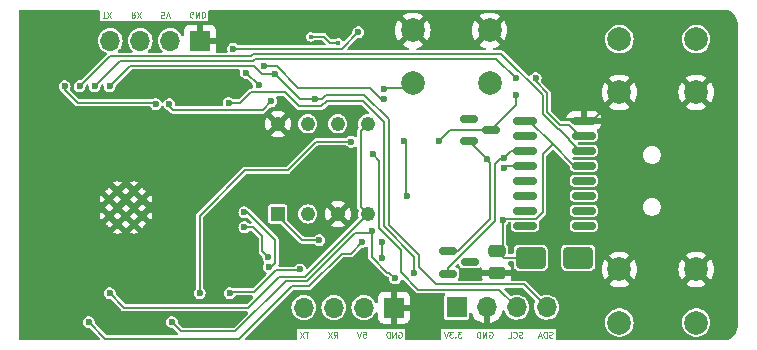
<source format=gbr>
%TF.GenerationSoftware,KiCad,Pcbnew,8.0.4*%
%TF.CreationDate,2025-01-11T15:27:39+03:00*%
%TF.ProjectId,IoT Project,496f5420-5072-46f6-9a65-63742e6b6963,rev?*%
%TF.SameCoordinates,Original*%
%TF.FileFunction,Copper,L2,Bot*%
%TF.FilePolarity,Positive*%
%FSLAX46Y46*%
G04 Gerber Fmt 4.6, Leading zero omitted, Abs format (unit mm)*
G04 Created by KiCad (PCBNEW 8.0.4) date 2025-01-11 15:27:39*
%MOMM*%
%LPD*%
G01*
G04 APERTURE LIST*
G04 Aperture macros list*
%AMRoundRect*
0 Rectangle with rounded corners*
0 $1 Rounding radius*
0 $2 $3 $4 $5 $6 $7 $8 $9 X,Y pos of 4 corners*
0 Add a 4 corners polygon primitive as box body*
4,1,4,$2,$3,$4,$5,$6,$7,$8,$9,$2,$3,0*
0 Add four circle primitives for the rounded corners*
1,1,$1+$1,$2,$3*
1,1,$1+$1,$4,$5*
1,1,$1+$1,$6,$7*
1,1,$1+$1,$8,$9*
0 Add four rect primitives between the rounded corners*
20,1,$1+$1,$2,$3,$4,$5,0*
20,1,$1+$1,$4,$5,$6,$7,0*
20,1,$1+$1,$6,$7,$8,$9,0*
20,1,$1+$1,$8,$9,$2,$3,0*%
G04 Aperture macros list end*
%ADD10C,0.100000*%
%TA.AperFunction,NonConductor*%
%ADD11C,0.100000*%
%TD*%
%TA.AperFunction,ComponentPad*%
%ADD12C,2.000000*%
%TD*%
%TA.AperFunction,ComponentPad*%
%ADD13R,1.700000X1.700000*%
%TD*%
%TA.AperFunction,ComponentPad*%
%ADD14O,1.700000X1.700000*%
%TD*%
%TA.AperFunction,ComponentPad*%
%ADD15R,1.220000X1.220000*%
%TD*%
%TA.AperFunction,ComponentPad*%
%ADD16C,1.220000*%
%TD*%
%TA.AperFunction,HeatsinkPad*%
%ADD17C,0.600000*%
%TD*%
%TA.AperFunction,SMDPad,CuDef*%
%ADD18RoundRect,0.150000X0.825000X0.150000X-0.825000X0.150000X-0.825000X-0.150000X0.825000X-0.150000X0*%
%TD*%
%TA.AperFunction,SMDPad,CuDef*%
%ADD19RoundRect,0.250000X-0.475000X0.250000X-0.475000X-0.250000X0.475000X-0.250000X0.475000X0.250000X0*%
%TD*%
%TA.AperFunction,SMDPad,CuDef*%
%ADD20RoundRect,0.150000X-0.587500X-0.150000X0.587500X-0.150000X0.587500X0.150000X-0.587500X0.150000X0*%
%TD*%
%TA.AperFunction,SMDPad,CuDef*%
%ADD21RoundRect,0.250000X-1.000000X-0.650000X1.000000X-0.650000X1.000000X0.650000X-1.000000X0.650000X0*%
%TD*%
%TA.AperFunction,ViaPad*%
%ADD22C,0.600000*%
%TD*%
%TA.AperFunction,ViaPad*%
%ADD23C,0.400000*%
%TD*%
%TA.AperFunction,Conductor*%
%ADD24C,0.200000*%
%TD*%
G04 APERTURE END LIST*
D10*
D11*
X141838972Y-83744884D02*
X141767544Y-83768693D01*
X141767544Y-83768693D02*
X141648496Y-83768693D01*
X141648496Y-83768693D02*
X141600877Y-83744884D01*
X141600877Y-83744884D02*
X141577068Y-83721074D01*
X141577068Y-83721074D02*
X141553258Y-83673455D01*
X141553258Y-83673455D02*
X141553258Y-83625836D01*
X141553258Y-83625836D02*
X141577068Y-83578217D01*
X141577068Y-83578217D02*
X141600877Y-83554407D01*
X141600877Y-83554407D02*
X141648496Y-83530598D01*
X141648496Y-83530598D02*
X141743734Y-83506788D01*
X141743734Y-83506788D02*
X141791353Y-83482979D01*
X141791353Y-83482979D02*
X141815163Y-83459169D01*
X141815163Y-83459169D02*
X141838972Y-83411550D01*
X141838972Y-83411550D02*
X141838972Y-83363931D01*
X141838972Y-83363931D02*
X141815163Y-83316312D01*
X141815163Y-83316312D02*
X141791353Y-83292503D01*
X141791353Y-83292503D02*
X141743734Y-83268693D01*
X141743734Y-83268693D02*
X141624687Y-83268693D01*
X141624687Y-83268693D02*
X141553258Y-83292503D01*
X141338973Y-83768693D02*
X141338973Y-83268693D01*
X141338973Y-83268693D02*
X141219925Y-83268693D01*
X141219925Y-83268693D02*
X141148497Y-83292503D01*
X141148497Y-83292503D02*
X141100878Y-83340122D01*
X141100878Y-83340122D02*
X141077068Y-83387741D01*
X141077068Y-83387741D02*
X141053259Y-83482979D01*
X141053259Y-83482979D02*
X141053259Y-83554407D01*
X141053259Y-83554407D02*
X141077068Y-83649645D01*
X141077068Y-83649645D02*
X141100878Y-83697264D01*
X141100878Y-83697264D02*
X141148497Y-83744884D01*
X141148497Y-83744884D02*
X141219925Y-83768693D01*
X141219925Y-83768693D02*
X141338973Y-83768693D01*
X140862782Y-83625836D02*
X140624687Y-83625836D01*
X140910401Y-83768693D02*
X140743735Y-83268693D01*
X140743735Y-83268693D02*
X140577068Y-83768693D01*
X139291355Y-83744884D02*
X139219927Y-83768693D01*
X139219927Y-83768693D02*
X139100879Y-83768693D01*
X139100879Y-83768693D02*
X139053260Y-83744884D01*
X139053260Y-83744884D02*
X139029451Y-83721074D01*
X139029451Y-83721074D02*
X139005641Y-83673455D01*
X139005641Y-83673455D02*
X139005641Y-83625836D01*
X139005641Y-83625836D02*
X139029451Y-83578217D01*
X139029451Y-83578217D02*
X139053260Y-83554407D01*
X139053260Y-83554407D02*
X139100879Y-83530598D01*
X139100879Y-83530598D02*
X139196117Y-83506788D01*
X139196117Y-83506788D02*
X139243736Y-83482979D01*
X139243736Y-83482979D02*
X139267546Y-83459169D01*
X139267546Y-83459169D02*
X139291355Y-83411550D01*
X139291355Y-83411550D02*
X139291355Y-83363931D01*
X139291355Y-83363931D02*
X139267546Y-83316312D01*
X139267546Y-83316312D02*
X139243736Y-83292503D01*
X139243736Y-83292503D02*
X139196117Y-83268693D01*
X139196117Y-83268693D02*
X139077070Y-83268693D01*
X139077070Y-83268693D02*
X139005641Y-83292503D01*
X138505642Y-83721074D02*
X138529451Y-83744884D01*
X138529451Y-83744884D02*
X138600880Y-83768693D01*
X138600880Y-83768693D02*
X138648499Y-83768693D01*
X138648499Y-83768693D02*
X138719927Y-83744884D01*
X138719927Y-83744884D02*
X138767546Y-83697264D01*
X138767546Y-83697264D02*
X138791356Y-83649645D01*
X138791356Y-83649645D02*
X138815165Y-83554407D01*
X138815165Y-83554407D02*
X138815165Y-83482979D01*
X138815165Y-83482979D02*
X138791356Y-83387741D01*
X138791356Y-83387741D02*
X138767546Y-83340122D01*
X138767546Y-83340122D02*
X138719927Y-83292503D01*
X138719927Y-83292503D02*
X138648499Y-83268693D01*
X138648499Y-83268693D02*
X138600880Y-83268693D01*
X138600880Y-83268693D02*
X138529451Y-83292503D01*
X138529451Y-83292503D02*
X138505642Y-83316312D01*
X138053261Y-83768693D02*
X138291356Y-83768693D01*
X138291356Y-83768693D02*
X138291356Y-83268693D01*
X136481833Y-83292503D02*
X136529452Y-83268693D01*
X136529452Y-83268693D02*
X136600881Y-83268693D01*
X136600881Y-83268693D02*
X136672309Y-83292503D01*
X136672309Y-83292503D02*
X136719928Y-83340122D01*
X136719928Y-83340122D02*
X136743738Y-83387741D01*
X136743738Y-83387741D02*
X136767547Y-83482979D01*
X136767547Y-83482979D02*
X136767547Y-83554407D01*
X136767547Y-83554407D02*
X136743738Y-83649645D01*
X136743738Y-83649645D02*
X136719928Y-83697264D01*
X136719928Y-83697264D02*
X136672309Y-83744884D01*
X136672309Y-83744884D02*
X136600881Y-83768693D01*
X136600881Y-83768693D02*
X136553262Y-83768693D01*
X136553262Y-83768693D02*
X136481833Y-83744884D01*
X136481833Y-83744884D02*
X136458024Y-83721074D01*
X136458024Y-83721074D02*
X136458024Y-83554407D01*
X136458024Y-83554407D02*
X136553262Y-83554407D01*
X136243738Y-83768693D02*
X136243738Y-83268693D01*
X136243738Y-83268693D02*
X135958024Y-83768693D01*
X135958024Y-83768693D02*
X135958024Y-83268693D01*
X135719928Y-83768693D02*
X135719928Y-83268693D01*
X135719928Y-83268693D02*
X135600880Y-83268693D01*
X135600880Y-83268693D02*
X135529452Y-83292503D01*
X135529452Y-83292503D02*
X135481833Y-83340122D01*
X135481833Y-83340122D02*
X135458023Y-83387741D01*
X135458023Y-83387741D02*
X135434214Y-83482979D01*
X135434214Y-83482979D02*
X135434214Y-83554407D01*
X135434214Y-83554407D02*
X135458023Y-83649645D01*
X135458023Y-83649645D02*
X135481833Y-83697264D01*
X135481833Y-83697264D02*
X135529452Y-83744884D01*
X135529452Y-83744884D02*
X135600880Y-83768693D01*
X135600880Y-83768693D02*
X135719928Y-83768693D01*
X134124691Y-83268693D02*
X133815167Y-83268693D01*
X133815167Y-83268693D02*
X133981834Y-83459169D01*
X133981834Y-83459169D02*
X133910405Y-83459169D01*
X133910405Y-83459169D02*
X133862786Y-83482979D01*
X133862786Y-83482979D02*
X133838977Y-83506788D01*
X133838977Y-83506788D02*
X133815167Y-83554407D01*
X133815167Y-83554407D02*
X133815167Y-83673455D01*
X133815167Y-83673455D02*
X133838977Y-83721074D01*
X133838977Y-83721074D02*
X133862786Y-83744884D01*
X133862786Y-83744884D02*
X133910405Y-83768693D01*
X133910405Y-83768693D02*
X134053262Y-83768693D01*
X134053262Y-83768693D02*
X134100881Y-83744884D01*
X134100881Y-83744884D02*
X134124691Y-83721074D01*
X133600882Y-83721074D02*
X133577072Y-83744884D01*
X133577072Y-83744884D02*
X133600882Y-83768693D01*
X133600882Y-83768693D02*
X133624691Y-83744884D01*
X133624691Y-83744884D02*
X133600882Y-83721074D01*
X133600882Y-83721074D02*
X133600882Y-83768693D01*
X133410406Y-83268693D02*
X133100882Y-83268693D01*
X133100882Y-83268693D02*
X133267549Y-83459169D01*
X133267549Y-83459169D02*
X133196120Y-83459169D01*
X133196120Y-83459169D02*
X133148501Y-83482979D01*
X133148501Y-83482979D02*
X133124692Y-83506788D01*
X133124692Y-83506788D02*
X133100882Y-83554407D01*
X133100882Y-83554407D02*
X133100882Y-83673455D01*
X133100882Y-83673455D02*
X133124692Y-83721074D01*
X133124692Y-83721074D02*
X133148501Y-83744884D01*
X133148501Y-83744884D02*
X133196120Y-83768693D01*
X133196120Y-83768693D02*
X133338977Y-83768693D01*
X133338977Y-83768693D02*
X133386596Y-83744884D01*
X133386596Y-83744884D02*
X133410406Y-83721074D01*
X132958025Y-83268693D02*
X132791359Y-83768693D01*
X132791359Y-83768693D02*
X132624692Y-83268693D01*
D10*
D11*
X103744360Y-56676334D02*
X104030074Y-56676334D01*
X103887217Y-56176334D02*
X103887217Y-56676334D01*
X104149121Y-56676334D02*
X104482454Y-56176334D01*
X104482454Y-56676334D02*
X104149121Y-56176334D01*
X106482452Y-56176334D02*
X106315786Y-56414429D01*
X106196738Y-56176334D02*
X106196738Y-56676334D01*
X106196738Y-56676334D02*
X106387214Y-56676334D01*
X106387214Y-56676334D02*
X106434833Y-56652524D01*
X106434833Y-56652524D02*
X106458643Y-56628715D01*
X106458643Y-56628715D02*
X106482452Y-56581096D01*
X106482452Y-56581096D02*
X106482452Y-56509667D01*
X106482452Y-56509667D02*
X106458643Y-56462048D01*
X106458643Y-56462048D02*
X106434833Y-56438239D01*
X106434833Y-56438239D02*
X106387214Y-56414429D01*
X106387214Y-56414429D02*
X106196738Y-56414429D01*
X106649119Y-56676334D02*
X106982452Y-56176334D01*
X106982452Y-56676334D02*
X106649119Y-56176334D01*
X108934831Y-56676334D02*
X108696736Y-56676334D01*
X108696736Y-56676334D02*
X108672927Y-56438239D01*
X108672927Y-56438239D02*
X108696736Y-56462048D01*
X108696736Y-56462048D02*
X108744355Y-56485858D01*
X108744355Y-56485858D02*
X108863403Y-56485858D01*
X108863403Y-56485858D02*
X108911022Y-56462048D01*
X108911022Y-56462048D02*
X108934831Y-56438239D01*
X108934831Y-56438239D02*
X108958641Y-56390620D01*
X108958641Y-56390620D02*
X108958641Y-56271572D01*
X108958641Y-56271572D02*
X108934831Y-56223953D01*
X108934831Y-56223953D02*
X108911022Y-56200144D01*
X108911022Y-56200144D02*
X108863403Y-56176334D01*
X108863403Y-56176334D02*
X108744355Y-56176334D01*
X108744355Y-56176334D02*
X108696736Y-56200144D01*
X108696736Y-56200144D02*
X108672927Y-56223953D01*
X109101498Y-56676334D02*
X109268164Y-56176334D01*
X109268164Y-56176334D02*
X109434831Y-56676334D01*
X111387210Y-56652524D02*
X111339591Y-56676334D01*
X111339591Y-56676334D02*
X111268162Y-56676334D01*
X111268162Y-56676334D02*
X111196734Y-56652524D01*
X111196734Y-56652524D02*
X111149115Y-56604905D01*
X111149115Y-56604905D02*
X111125305Y-56557286D01*
X111125305Y-56557286D02*
X111101496Y-56462048D01*
X111101496Y-56462048D02*
X111101496Y-56390620D01*
X111101496Y-56390620D02*
X111125305Y-56295382D01*
X111125305Y-56295382D02*
X111149115Y-56247763D01*
X111149115Y-56247763D02*
X111196734Y-56200144D01*
X111196734Y-56200144D02*
X111268162Y-56176334D01*
X111268162Y-56176334D02*
X111315781Y-56176334D01*
X111315781Y-56176334D02*
X111387210Y-56200144D01*
X111387210Y-56200144D02*
X111411019Y-56223953D01*
X111411019Y-56223953D02*
X111411019Y-56390620D01*
X111411019Y-56390620D02*
X111315781Y-56390620D01*
X111625305Y-56176334D02*
X111625305Y-56676334D01*
X111625305Y-56676334D02*
X111911019Y-56176334D01*
X111911019Y-56176334D02*
X111911019Y-56676334D01*
X112149115Y-56176334D02*
X112149115Y-56676334D01*
X112149115Y-56676334D02*
X112268163Y-56676334D01*
X112268163Y-56676334D02*
X112339591Y-56652524D01*
X112339591Y-56652524D02*
X112387210Y-56604905D01*
X112387210Y-56604905D02*
X112411020Y-56557286D01*
X112411020Y-56557286D02*
X112434829Y-56462048D01*
X112434829Y-56462048D02*
X112434829Y-56390620D01*
X112434829Y-56390620D02*
X112411020Y-56295382D01*
X112411020Y-56295382D02*
X112387210Y-56247763D01*
X112387210Y-56247763D02*
X112339591Y-56200144D01*
X112339591Y-56200144D02*
X112268163Y-56176334D01*
X112268163Y-56176334D02*
X112149115Y-56176334D01*
D10*
D11*
X128803258Y-83292503D02*
X128850877Y-83268693D01*
X128850877Y-83268693D02*
X128922306Y-83268693D01*
X128922306Y-83268693D02*
X128993734Y-83292503D01*
X128993734Y-83292503D02*
X129041353Y-83340122D01*
X129041353Y-83340122D02*
X129065163Y-83387741D01*
X129065163Y-83387741D02*
X129088972Y-83482979D01*
X129088972Y-83482979D02*
X129088972Y-83554407D01*
X129088972Y-83554407D02*
X129065163Y-83649645D01*
X129065163Y-83649645D02*
X129041353Y-83697264D01*
X129041353Y-83697264D02*
X128993734Y-83744884D01*
X128993734Y-83744884D02*
X128922306Y-83768693D01*
X128922306Y-83768693D02*
X128874687Y-83768693D01*
X128874687Y-83768693D02*
X128803258Y-83744884D01*
X128803258Y-83744884D02*
X128779449Y-83721074D01*
X128779449Y-83721074D02*
X128779449Y-83554407D01*
X128779449Y-83554407D02*
X128874687Y-83554407D01*
X128565163Y-83768693D02*
X128565163Y-83268693D01*
X128565163Y-83268693D02*
X128279449Y-83768693D01*
X128279449Y-83768693D02*
X128279449Y-83268693D01*
X128041353Y-83768693D02*
X128041353Y-83268693D01*
X128041353Y-83268693D02*
X127922305Y-83268693D01*
X127922305Y-83268693D02*
X127850877Y-83292503D01*
X127850877Y-83292503D02*
X127803258Y-83340122D01*
X127803258Y-83340122D02*
X127779448Y-83387741D01*
X127779448Y-83387741D02*
X127755639Y-83482979D01*
X127755639Y-83482979D02*
X127755639Y-83554407D01*
X127755639Y-83554407D02*
X127779448Y-83649645D01*
X127779448Y-83649645D02*
X127803258Y-83697264D01*
X127803258Y-83697264D02*
X127850877Y-83744884D01*
X127850877Y-83744884D02*
X127922305Y-83768693D01*
X127922305Y-83768693D02*
X128041353Y-83768693D01*
X125779450Y-83268693D02*
X126017545Y-83268693D01*
X126017545Y-83268693D02*
X126041354Y-83506788D01*
X126041354Y-83506788D02*
X126017545Y-83482979D01*
X126017545Y-83482979D02*
X125969926Y-83459169D01*
X125969926Y-83459169D02*
X125850878Y-83459169D01*
X125850878Y-83459169D02*
X125803259Y-83482979D01*
X125803259Y-83482979D02*
X125779450Y-83506788D01*
X125779450Y-83506788D02*
X125755640Y-83554407D01*
X125755640Y-83554407D02*
X125755640Y-83673455D01*
X125755640Y-83673455D02*
X125779450Y-83721074D01*
X125779450Y-83721074D02*
X125803259Y-83744884D01*
X125803259Y-83744884D02*
X125850878Y-83768693D01*
X125850878Y-83768693D02*
X125969926Y-83768693D01*
X125969926Y-83768693D02*
X126017545Y-83744884D01*
X126017545Y-83744884D02*
X126041354Y-83721074D01*
X125612783Y-83268693D02*
X125446117Y-83768693D01*
X125446117Y-83768693D02*
X125279450Y-83268693D01*
X123303262Y-83768693D02*
X123469928Y-83530598D01*
X123588976Y-83768693D02*
X123588976Y-83268693D01*
X123588976Y-83268693D02*
X123398500Y-83268693D01*
X123398500Y-83268693D02*
X123350881Y-83292503D01*
X123350881Y-83292503D02*
X123327071Y-83316312D01*
X123327071Y-83316312D02*
X123303262Y-83363931D01*
X123303262Y-83363931D02*
X123303262Y-83435360D01*
X123303262Y-83435360D02*
X123327071Y-83482979D01*
X123327071Y-83482979D02*
X123350881Y-83506788D01*
X123350881Y-83506788D02*
X123398500Y-83530598D01*
X123398500Y-83530598D02*
X123588976Y-83530598D01*
X123136595Y-83268693D02*
X122803262Y-83768693D01*
X122803262Y-83268693D02*
X123136595Y-83768693D01*
X121160406Y-83268693D02*
X120874692Y-83268693D01*
X121017549Y-83768693D02*
X121017549Y-83268693D01*
X120755645Y-83268693D02*
X120422312Y-83768693D01*
X120422312Y-83268693D02*
X120755645Y-83768693D01*
D12*
%TO.P,SW3,1,1*%
%TO.N,GND*%
X130000000Y-57750000D03*
X136500000Y-57750000D03*
%TO.P,SW3,2,2*%
%TO.N,/BTN*%
X130000000Y-62250000D03*
X136500000Y-62250000D03*
%TD*%
D13*
%TO.P,J3,1,Pin_1*%
%TO.N,GND*%
X128400000Y-81225000D03*
D14*
%TO.P,J3,2,Pin_2*%
%TO.N,5V*%
X125860000Y-81225000D03*
%TO.P,J3,3,Pin_3*%
%TO.N,/RXD1*%
X123320000Y-81225000D03*
%TO.P,J3,4,Pin_4*%
%TO.N,/TXD1*%
X120780000Y-81225000D03*
%TD*%
D12*
%TO.P,SW1,1,1*%
%TO.N,GND*%
X154000000Y-63000000D03*
X147500000Y-63000000D03*
%TO.P,SW1,2,2*%
%TO.N,ESP_EN*%
X154000000Y-58500000D03*
X147500000Y-58500000D03*
%TD*%
D15*
%TO.P,U4,1,VS*%
%TO.N,5V*%
X118572500Y-73300000D03*
D16*
%TO.P,U4,2,-IN*%
%TO.N,unconnected-(U4--IN-Pad2)*%
X121112500Y-73300000D03*
%TO.P,U4,3,-V*%
%TO.N,GND*%
X123652500Y-73300000D03*
%TO.P,U4,4,1MOHM_FB*%
%TO.N,/ADC0*%
X126192500Y-73300000D03*
%TO.P,U4,5,OUTPUT*%
X126192500Y-65670000D03*
%TO.P,U4,6*%
%TO.N,N/C*%
X123652500Y-65670000D03*
%TO.P,U4,7*%
X121112500Y-65670000D03*
%TO.P,U4,8,COMMON*%
%TO.N,GND*%
X118572500Y-65670000D03*
%TD*%
D13*
%TO.P,J4,1,Pin_1*%
%TO.N,3V3*%
X133720000Y-81200000D03*
D14*
%TO.P,J4,2,Pin_2*%
%TO.N,GND*%
X136260000Y-81200000D03*
%TO.P,J4,3,Pin_3*%
%TO.N,/SCL*%
X138800000Y-81200000D03*
%TO.P,J4,4,Pin_4*%
%TO.N,/SDA*%
X141340000Y-81200000D03*
%TD*%
D12*
%TO.P,SW2,1,1*%
%TO.N,GND*%
X147500000Y-78000000D03*
X154000000Y-78000000D03*
%TO.P,SW2,2,2*%
%TO.N,ESP_IO0*%
X147500000Y-82500000D03*
X154000000Y-82500000D03*
%TD*%
D13*
%TO.P,J2,1,Pin_1*%
%TO.N,GND*%
X112000000Y-58625000D03*
D14*
%TO.P,J2,2,Pin_2*%
%TO.N,5V*%
X109460000Y-58625000D03*
%TO.P,J2,3,Pin_3*%
%TO.N,/RXD2*%
X106920000Y-58625000D03*
%TO.P,J2,4,Pin_4*%
%TO.N,/TXD2*%
X104380000Y-58625000D03*
%TD*%
D17*
%TO.P,U3,39,GND*%
%TO.N,GND*%
X105000000Y-74150000D03*
X106400000Y-74150000D03*
X104300000Y-73450000D03*
X105700000Y-73450000D03*
X107100000Y-73450000D03*
X105000000Y-72775000D03*
X106400000Y-72775000D03*
X104300000Y-72050000D03*
X105700000Y-72050000D03*
X107100000Y-72050000D03*
X105000000Y-71350000D03*
X106400000Y-71350000D03*
%TD*%
D18*
%TO.P,U2,1,GND*%
%TO.N,GND*%
X144475000Y-65400000D03*
%TO.P,U2,2,TXD*%
%TO.N,RXD0*%
X144475000Y-66670000D03*
%TO.P,U2,3,RXD*%
%TO.N,TXD0*%
X144475000Y-67940000D03*
%TO.P,U2,4,V3*%
%TO.N,5V*%
X144475000Y-69210000D03*
%TO.P,U2,5,UD+*%
%TO.N,/USB_P*%
X144475000Y-70480000D03*
%TO.P,U2,6,UD-*%
%TO.N,/USB_N*%
X144475000Y-71750000D03*
%TO.P,U2,7,NC*%
%TO.N,unconnected-(U2-NC-Pad7)*%
X144475000Y-73020000D03*
%TO.P,U2,8,NC*%
%TO.N,unconnected-(U2-NC-Pad8)*%
X144475000Y-74290000D03*
%TO.P,U2,9,~{CTS}*%
%TO.N,unconnected-(U2-~{CTS}-Pad9)*%
X139525000Y-74290000D03*
%TO.P,U2,10,~{DSR}*%
%TO.N,unconnected-(U2-~{DSR}-Pad10)*%
X139525000Y-73020000D03*
%TO.P,U2,11,~{RI}*%
%TO.N,unconnected-(U2-~{RI}-Pad11)*%
X139525000Y-71750000D03*
%TO.P,U2,12,~{DCD}*%
%TO.N,unconnected-(U2-~{DCD}-Pad12)*%
X139525000Y-70480000D03*
%TO.P,U2,13,~{DTR}*%
%TO.N,Net-(Q1-G)*%
X139525000Y-69210000D03*
%TO.P,U2,14,~{RTS}*%
%TO.N,Net-(Q1-S)*%
X139525000Y-67940000D03*
%TO.P,U2,15,R232*%
%TO.N,unconnected-(U2-R232-Pad15)*%
X139525000Y-66670000D03*
%TO.P,U2,16,VCC*%
%TO.N,5V*%
X139525000Y-65400000D03*
%TD*%
D19*
%TO.P,C3,1*%
%TO.N,5V*%
X137100000Y-76400000D03*
%TO.P,C3,2*%
%TO.N,GND*%
X137100000Y-78300000D03*
%TD*%
D20*
%TO.P,Q1,1,G*%
%TO.N,Net-(Q1-G)*%
X134725000Y-67150000D03*
%TO.P,Q1,2,S*%
%TO.N,Net-(Q1-S)*%
X134725000Y-65250000D03*
%TO.P,Q1,3,D*%
%TO.N,ESP_EN*%
X136600000Y-66200000D03*
%TD*%
%TO.P,Q2,1,G*%
%TO.N,Net-(Q1-S)*%
X133000000Y-78350000D03*
%TO.P,Q2,2,S*%
%TO.N,Net-(Q1-G)*%
X133000000Y-76450000D03*
%TO.P,Q2,3,D*%
%TO.N,ESP_IO0*%
X134875000Y-77400000D03*
%TD*%
D21*
%TO.P,D2,1,K*%
%TO.N,5V*%
X140000000Y-77000000D03*
%TO.P,D2,2,A*%
%TO.N,Net-(D2-A)*%
X144000000Y-77000000D03*
%TD*%
D22*
%TO.N,GND*%
X111500000Y-82450000D03*
X101200000Y-57600000D03*
X106112500Y-82400000D03*
X115750000Y-76950000D03*
X97980000Y-62500000D03*
%TO.N,5V*%
X127425000Y-77000000D03*
X137100000Y-76400000D03*
X122090000Y-75515000D03*
X115900000Y-61350000D03*
X127425000Y-75650000D03*
X116950000Y-62400000D03*
X137600000Y-73850000D03*
%TO.N,ESP_EN*%
X102562500Y-82450000D03*
X125741303Y-75650000D03*
X132200000Y-67150000D03*
X138750000Y-63250000D03*
%TO.N,ESP_IO0*%
X114400000Y-63900000D03*
X130117670Y-78338349D03*
X134875000Y-77400000D03*
%TO.N,/BTN*%
X127579994Y-62734520D03*
X124800000Y-67200000D03*
X111950000Y-80000000D03*
D23*
%TO.N,3V3*%
X121350000Y-58300000D03*
X123700000Y-58800000D03*
D22*
X109600000Y-82450000D03*
X126525000Y-74725000D03*
X128507108Y-78757108D03*
X129500000Y-71800000D03*
X129300000Y-67100000D03*
%TO.N,Net-(D2-A)*%
X144000000Y-77000000D03*
%TO.N,/RXD1*%
X117765437Y-76983093D03*
X115740000Y-74420000D03*
%TO.N,/TXD1*%
X117800000Y-77782346D03*
X115740000Y-73150000D03*
%TO.N,/SCL*%
X126595000Y-68250000D03*
X125400000Y-57900000D03*
X127600000Y-63534272D03*
X108250000Y-64000000D03*
X117400000Y-60750000D03*
X100520000Y-62500000D03*
X114800000Y-59325000D03*
%TO.N,/SDA*%
X104330000Y-62500000D03*
X118325735Y-61474265D03*
X121750000Y-63550000D03*
%TO.N,Net-(Q1-G)*%
X137750000Y-69400000D03*
X136256671Y-68681671D03*
%TO.N,Net-(Q1-S)*%
X134700000Y-65250000D03*
X137700000Y-68550000D03*
%TO.N,Net-(U3-IO5)*%
X118031250Y-63756250D03*
X109400000Y-64000000D03*
%TO.N,Net-(U3-IO12)*%
X120475000Y-78000000D03*
X114490000Y-80000000D03*
%TO.N,RXD0*%
X103060000Y-62500000D03*
X138700735Y-61799265D03*
X140399632Y-61801102D03*
%TO.N,TXD0*%
X101790000Y-62500000D03*
%TO.N,/ADC0*%
X104330000Y-80000000D03*
%TO.N,/USB_N*%
X144475000Y-71750000D03*
%TO.N,/USB_P*%
X144475000Y-70480000D03*
%TD*%
D24*
%TO.N,GND*%
X145200000Y-65400000D02*
X147500000Y-63100000D01*
X144475000Y-65400000D02*
X145200000Y-65400000D01*
X147500000Y-63100000D02*
X147500000Y-63000000D01*
%TO.N,5V*%
X139870552Y-65400000D02*
X139525000Y-65400000D01*
X137700000Y-77000000D02*
X137100000Y-76400000D01*
X141860276Y-67389724D02*
X139870552Y-65400000D01*
X137600000Y-73850000D02*
X137760000Y-73690000D01*
X127425000Y-75650000D02*
X127425000Y-77000000D01*
X140000000Y-77000000D02*
X137700000Y-77000000D01*
X118390000Y-73205000D02*
X118375000Y-73205000D01*
X137600000Y-75900000D02*
X137100000Y-76400000D01*
X122090000Y-75515000D02*
X120651250Y-75515000D01*
X137760000Y-73690000D02*
X140470552Y-73690000D01*
X144475000Y-69210000D02*
X143680552Y-69210000D01*
X115900000Y-61350000D02*
X116950000Y-62400000D01*
X141000000Y-68250000D02*
X141860276Y-67389724D01*
X140470552Y-73690000D02*
X141000000Y-73160552D01*
X137600000Y-73850000D02*
X137600000Y-75900000D01*
X120651250Y-75515000D02*
X118572500Y-73436250D01*
X143680552Y-69210000D02*
X141860276Y-67389724D01*
X141000000Y-73160552D02*
X141000000Y-68250000D01*
X118572500Y-73436250D02*
X118572500Y-73300000D01*
%TO.N,ESP_EN*%
X121231372Y-79400000D02*
X119750000Y-79400000D01*
X132200000Y-67150000D02*
X133150000Y-66200000D01*
X138750000Y-63250000D02*
X138750000Y-64050000D01*
X119750000Y-79400000D02*
X115300000Y-83850000D01*
X115300000Y-83850000D02*
X103962500Y-83850000D01*
X124741303Y-76650000D02*
X123981372Y-76650000D01*
X133150000Y-66200000D02*
X136600000Y-66200000D01*
X103962500Y-83850000D02*
X102562500Y-82450000D01*
X125741303Y-75650000D02*
X124741303Y-76650000D01*
X138750000Y-64050000D02*
X136600000Y-66200000D01*
X123981372Y-76650000D02*
X121231372Y-79400000D01*
%TO.N,ESP_IO0*%
X114400000Y-63900000D02*
X115385785Y-63900000D01*
X122248529Y-64200000D02*
X122698529Y-63750000D01*
X127550000Y-65500000D02*
X127550000Y-74360784D01*
X119150000Y-63000000D02*
X120350000Y-64200000D01*
X115385785Y-63900000D02*
X116285785Y-63000000D01*
X120350000Y-64200000D02*
X122248529Y-64200000D01*
X116285785Y-63000000D02*
X119150000Y-63000000D01*
X130117670Y-76928454D02*
X130117670Y-78338349D01*
X122698529Y-63750000D02*
X125800000Y-63750000D01*
X125800000Y-63750000D02*
X127550000Y-65500000D01*
X127550000Y-74360784D02*
X130117670Y-76928454D01*
%TO.N,/BTN*%
X124800000Y-67200000D02*
X121800000Y-67200000D01*
X115800000Y-69600000D02*
X111950000Y-73450000D01*
X127579994Y-62734520D02*
X127639514Y-62675000D01*
X111950000Y-73450000D02*
X111950000Y-80000000D01*
X127639514Y-62675000D02*
X130000000Y-62675000D01*
X121800000Y-67200000D02*
X119400000Y-69600000D01*
X119400000Y-69600000D02*
X115800000Y-69600000D01*
%TO.N,3V3*%
X110400000Y-83250000D02*
X109600000Y-82450000D01*
X114984314Y-83250000D02*
X110400000Y-83250000D01*
X123010000Y-58800000D02*
X122510000Y-58300000D01*
X122510000Y-58300000D02*
X121350000Y-58300000D01*
X126525000Y-74725000D02*
X126525000Y-76948529D01*
X129300000Y-67100000D02*
X129450000Y-67250000D01*
X126525000Y-74725000D02*
X126332605Y-74917395D01*
X127851471Y-78275000D02*
X128025000Y-78275000D01*
X126525000Y-76948529D02*
X127851471Y-78275000D01*
X129450000Y-71750000D02*
X129500000Y-71800000D01*
X126332605Y-74917395D02*
X125148291Y-74917395D01*
X123700000Y-58800000D02*
X123010000Y-58800000D01*
X121065686Y-79000000D02*
X119234314Y-79000000D01*
X119234314Y-79000000D02*
X114984314Y-83250000D01*
X125148291Y-74917395D02*
X121065686Y-79000000D01*
X129450000Y-67250000D02*
X129450000Y-71750000D01*
X128025000Y-78275000D02*
X128507108Y-78757108D01*
%TO.N,/RXD1*%
X117250000Y-76467656D02*
X117765437Y-76983093D01*
X117250000Y-75200000D02*
X117250000Y-76467656D01*
X116470000Y-74420000D02*
X117250000Y-75200000D01*
X115740000Y-74420000D02*
X116470000Y-74420000D01*
%TO.N,/TXD1*%
X118365437Y-75515437D02*
X118365437Y-77434563D01*
X115740000Y-73150000D02*
X116000000Y-73150000D01*
X118365437Y-77434563D02*
X118017654Y-77782346D01*
X118017654Y-77782346D02*
X117800000Y-77782346D01*
X116000000Y-73150000D02*
X118365437Y-75515437D01*
%TO.N,/SCL*%
X138710000Y-81110000D02*
X138710000Y-81250000D01*
X123975000Y-59325000D02*
X114800000Y-59325000D01*
X137300000Y-79700000D02*
X138710000Y-81110000D01*
X126350000Y-62600000D02*
X120300000Y-62600000D01*
X126595000Y-68250000D02*
X127150000Y-68805000D01*
X100520000Y-62770000D02*
X100520000Y-62500000D01*
X125400000Y-57900000D02*
X123975000Y-59325000D01*
X108150000Y-63900000D02*
X101650000Y-63900000D01*
X117450000Y-60800000D02*
X117400000Y-60750000D01*
X129000000Y-76376470D02*
X129000000Y-78250000D01*
X101650000Y-63900000D02*
X100520000Y-62770000D01*
X127150000Y-68805000D02*
X127150000Y-74526470D01*
X127284272Y-63534272D02*
X126350000Y-62600000D01*
X120300000Y-62600000D02*
X118500000Y-60800000D01*
X127600000Y-63534272D02*
X127284272Y-63534272D01*
X130450000Y-79700000D02*
X137300000Y-79700000D01*
X129000000Y-78250000D02*
X130450000Y-79700000D01*
X118500000Y-60800000D02*
X117450000Y-60800000D01*
X108250000Y-64000000D02*
X108150000Y-63900000D01*
X127150000Y-74526470D02*
X129000000Y-76376470D01*
%TO.N,/SDA*%
X122332843Y-63550000D02*
X122682843Y-63200000D01*
X127950000Y-74195098D02*
X130517670Y-76762768D01*
X130517670Y-76762768D02*
X130517670Y-77767670D01*
X139390000Y-79250000D02*
X141250000Y-81110000D01*
X141250000Y-81110000D02*
X141250000Y-81250000D01*
X120450000Y-63550000D02*
X118374265Y-61474265D01*
X127950000Y-65300000D02*
X127950000Y-74195098D01*
X132000000Y-79250000D02*
X139390000Y-79250000D01*
X106080000Y-60750000D02*
X104330000Y-62500000D01*
X118325735Y-61474265D02*
X117275736Y-61474265D01*
X117275736Y-61474265D02*
X116551471Y-60750000D01*
X118374265Y-61474265D02*
X118325735Y-61474265D01*
X116551471Y-60750000D02*
X106080000Y-60750000D01*
X121750000Y-63550000D02*
X122332843Y-63550000D01*
X121750000Y-63550000D02*
X120450000Y-63550000D01*
X125850000Y-63200000D02*
X127950000Y-65300000D01*
X122682843Y-63200000D02*
X125850000Y-63200000D01*
X130517670Y-77767670D02*
X132000000Y-79250000D01*
%TO.N,Net-(Q1-G)*%
X136256671Y-68681671D02*
X134725000Y-67150000D01*
X133848340Y-76450000D02*
X133000000Y-76450000D01*
X136550000Y-68975000D02*
X136550000Y-73748340D01*
X136256671Y-68681671D02*
X136550000Y-68975000D01*
X137750000Y-69400000D02*
X137940000Y-69210000D01*
X136550000Y-73748340D02*
X133848340Y-76450000D01*
X137940000Y-69210000D02*
X139525000Y-69210000D01*
%TO.N,Net-(Q1-S)*%
X133000000Y-77864026D02*
X133000000Y-78350000D01*
X136950000Y-69100000D02*
X136950000Y-73914026D01*
X137700000Y-68550000D02*
X138310000Y-67940000D01*
X138310000Y-67940000D02*
X139525000Y-67940000D01*
X137700000Y-68550000D02*
X137500000Y-68550000D01*
X137500000Y-68550000D02*
X136950000Y-69100000D01*
X136950000Y-73914026D02*
X133000000Y-77864026D01*
%TO.N,Net-(U3-IO5)*%
X118031250Y-63756250D02*
X117287500Y-64500000D01*
X117287500Y-64500000D02*
X109700000Y-64500000D01*
X109700000Y-64500000D02*
X109400000Y-64200000D01*
%TO.N,Net-(U3-IO12)*%
X114490000Y-80000000D02*
X114590000Y-79900000D01*
X118400000Y-78050000D02*
X120425000Y-78050000D01*
X116550000Y-79900000D02*
X118400000Y-78050000D01*
X120425000Y-78050000D02*
X120475000Y-78000000D01*
X114590000Y-79900000D02*
X116550000Y-79900000D01*
%TO.N,RXD0*%
X140399632Y-61801102D02*
X140399632Y-62083946D01*
X116665686Y-60150000D02*
X116465686Y-60350000D01*
X137051470Y-60150000D02*
X116665686Y-60150000D01*
X140399632Y-62083946D02*
X141400000Y-63084314D01*
X142495686Y-65740552D02*
X143200000Y-65740552D01*
X143200000Y-65740552D02*
X144129448Y-66670000D01*
X105210000Y-60350000D02*
X103060000Y-62500000D01*
X144129448Y-66670000D02*
X144475000Y-66670000D01*
X116465686Y-60350000D02*
X105210000Y-60350000D01*
X141400000Y-63084314D02*
X141400000Y-64644866D01*
X141400000Y-64644866D02*
X142495686Y-65740552D01*
X138700735Y-61799265D02*
X137051470Y-60150000D01*
%TO.N,TXD0*%
X141000000Y-64810552D02*
X142330000Y-66140552D01*
X142330000Y-66140552D02*
X142390552Y-66140552D01*
X101790000Y-62500000D02*
X104340000Y-59950000D01*
X104340000Y-59950000D02*
X116300000Y-59950000D01*
X143200000Y-66950000D02*
X143200000Y-67010552D01*
X143200000Y-67010552D02*
X144129448Y-67940000D01*
X137500000Y-59750000D02*
X141000000Y-63250000D01*
X144129448Y-67940000D02*
X144475000Y-67940000D01*
X116500000Y-59750000D02*
X137500000Y-59750000D01*
X142390552Y-66140552D02*
X143200000Y-66950000D01*
X116300000Y-59950000D02*
X116500000Y-59750000D01*
X141000000Y-63250000D02*
X141000000Y-64810552D01*
%TO.N,/ADC0*%
X126192500Y-73300000D02*
X125582500Y-72690000D01*
X120892500Y-78600000D02*
X126192500Y-73300000D01*
X105580000Y-81250000D02*
X116065686Y-81250000D01*
X125582500Y-66280000D02*
X126192500Y-65670000D01*
X104330000Y-80000000D02*
X105580000Y-81250000D01*
X126010000Y-73482500D02*
X126010000Y-73380000D01*
X125582500Y-72690000D02*
X125582500Y-66280000D01*
X116065686Y-81250000D02*
X118715686Y-78600000D01*
X118715686Y-78600000D02*
X120892500Y-78600000D01*
%TD*%
%TA.AperFunction,Conductor*%
%TO.N,GND*%
G36*
X103431899Y-56020185D02*
G01*
X103477654Y-56072989D01*
X103488860Y-56124500D01*
X103488860Y-56935561D01*
X112693710Y-56935561D01*
X112693710Y-56124500D01*
X112713395Y-56057461D01*
X112766199Y-56011706D01*
X112817710Y-56000500D01*
X156324053Y-56000500D01*
X156332932Y-56000818D01*
X156340872Y-56001388D01*
X156451674Y-56009343D01*
X156470991Y-56012275D01*
X156641778Y-56052169D01*
X156660401Y-56058100D01*
X156822799Y-56124337D01*
X156840251Y-56133118D01*
X156990227Y-56224056D01*
X157006088Y-56235475D01*
X157139904Y-56348847D01*
X157153775Y-56362619D01*
X157268111Y-56495609D01*
X157279647Y-56511389D01*
X157371660Y-56660690D01*
X157380572Y-56678087D01*
X157447985Y-56840004D01*
X157454052Y-56858586D01*
X157495180Y-57029076D01*
X157498252Y-57048380D01*
X157511677Y-57218154D01*
X157512063Y-57227929D01*
X157512063Y-82689063D01*
X157512061Y-82689097D01*
X157512062Y-82757701D01*
X157511680Y-82767429D01*
X157497448Y-82948311D01*
X157494404Y-82967530D01*
X157453193Y-83139199D01*
X157447180Y-83157706D01*
X157379619Y-83320816D01*
X157370786Y-83338153D01*
X157278539Y-83488690D01*
X157267101Y-83504432D01*
X157152441Y-83638682D01*
X157138682Y-83652441D01*
X157004432Y-83767101D01*
X156988690Y-83778539D01*
X156838153Y-83870786D01*
X156820816Y-83879619D01*
X156657706Y-83947180D01*
X156639199Y-83953193D01*
X156467530Y-83994404D01*
X156448311Y-83997448D01*
X156267463Y-84011677D01*
X156257678Y-84012059D01*
X142222140Y-84005381D01*
X142155110Y-83985665D01*
X142109380Y-83932839D01*
X142098199Y-83881381D01*
X142098199Y-83009465D01*
X132365465Y-83009465D01*
X132365465Y-83876632D01*
X132345780Y-83943671D01*
X132292976Y-83989426D01*
X132241406Y-84000632D01*
X129471794Y-83999314D01*
X129404764Y-83979598D01*
X129359034Y-83926772D01*
X129347853Y-83875314D01*
X129347853Y-83009466D01*
X120163818Y-83009466D01*
X120163818Y-83870827D01*
X120144133Y-83937866D01*
X120091329Y-83983621D01*
X120039759Y-83994827D01*
X115881423Y-83992849D01*
X115814393Y-83973133D01*
X115768663Y-83920307D01*
X115758753Y-83851144D01*
X115787808Y-83787602D01*
X115793786Y-83781183D01*
X118349970Y-81225000D01*
X119724417Y-81225000D01*
X119744699Y-81430932D01*
X119767776Y-81507007D01*
X119804768Y-81628954D01*
X119902315Y-81811450D01*
X119902317Y-81811452D01*
X120033589Y-81971410D01*
X120056299Y-81990047D01*
X120193550Y-82102685D01*
X120376046Y-82200232D01*
X120574066Y-82260300D01*
X120574065Y-82260300D01*
X120592529Y-82262118D01*
X120780000Y-82280583D01*
X120985934Y-82260300D01*
X121183954Y-82200232D01*
X121366450Y-82102685D01*
X121526410Y-81971410D01*
X121657685Y-81811450D01*
X121755232Y-81628954D01*
X121815300Y-81430934D01*
X121835583Y-81225000D01*
X122264417Y-81225000D01*
X122284699Y-81430932D01*
X122307776Y-81507007D01*
X122344768Y-81628954D01*
X122442315Y-81811450D01*
X122442317Y-81811452D01*
X122573589Y-81971410D01*
X122596299Y-81990047D01*
X122733550Y-82102685D01*
X122916046Y-82200232D01*
X123114066Y-82260300D01*
X123114065Y-82260300D01*
X123132529Y-82262118D01*
X123320000Y-82280583D01*
X123525934Y-82260300D01*
X123723954Y-82200232D01*
X123906450Y-82102685D01*
X124066410Y-81971410D01*
X124197685Y-81811450D01*
X124295232Y-81628954D01*
X124355300Y-81430934D01*
X124375583Y-81225000D01*
X124804417Y-81225000D01*
X124824699Y-81430932D01*
X124847776Y-81507007D01*
X124884768Y-81628954D01*
X124982315Y-81811450D01*
X124982317Y-81811452D01*
X125113589Y-81971410D01*
X125136299Y-81990047D01*
X125273550Y-82102685D01*
X125456046Y-82200232D01*
X125654066Y-82260300D01*
X125654065Y-82260300D01*
X125672529Y-82262118D01*
X125860000Y-82280583D01*
X126065934Y-82260300D01*
X126263954Y-82200232D01*
X126446450Y-82102685D01*
X126606410Y-81971410D01*
X126737685Y-81811450D01*
X126816643Y-81663730D01*
X126865605Y-81613888D01*
X126933742Y-81598428D01*
X126999422Y-81622260D01*
X127041791Y-81677818D01*
X127050000Y-81722186D01*
X127050000Y-82122844D01*
X127056401Y-82182372D01*
X127056403Y-82182379D01*
X127106645Y-82317086D01*
X127106649Y-82317093D01*
X127192809Y-82432187D01*
X127192812Y-82432190D01*
X127307906Y-82518350D01*
X127307913Y-82518354D01*
X127442620Y-82568596D01*
X127442627Y-82568598D01*
X127502155Y-82574999D01*
X127502172Y-82575000D01*
X128150000Y-82575000D01*
X128150000Y-81658012D01*
X128207007Y-81690925D01*
X128334174Y-81725000D01*
X128465826Y-81725000D01*
X128592993Y-81690925D01*
X128650000Y-81658012D01*
X128650000Y-82575000D01*
X129297828Y-82575000D01*
X129297844Y-82574999D01*
X129357372Y-82568598D01*
X129357379Y-82568596D01*
X129492086Y-82518354D01*
X129492093Y-82518350D01*
X129607187Y-82432190D01*
X129607190Y-82432187D01*
X129693350Y-82317093D01*
X129693354Y-82317086D01*
X129743596Y-82182379D01*
X129743598Y-82182372D01*
X129749999Y-82122844D01*
X129750000Y-82122827D01*
X129750000Y-81475000D01*
X128833012Y-81475000D01*
X128865925Y-81417993D01*
X128900000Y-81290826D01*
X128900000Y-81159174D01*
X128865925Y-81032007D01*
X128833012Y-80975000D01*
X129750000Y-80975000D01*
X129750000Y-80327172D01*
X129749999Y-80327155D01*
X129743598Y-80267627D01*
X129743596Y-80267620D01*
X129693354Y-80132913D01*
X129693350Y-80132906D01*
X129607190Y-80017812D01*
X129607187Y-80017809D01*
X129492093Y-79931649D01*
X129492086Y-79931645D01*
X129357379Y-79881403D01*
X129357372Y-79881401D01*
X129297844Y-79875000D01*
X128650000Y-79875000D01*
X128650000Y-80791988D01*
X128592993Y-80759075D01*
X128465826Y-80725000D01*
X128334174Y-80725000D01*
X128207007Y-80759075D01*
X128150000Y-80791988D01*
X128150000Y-79875000D01*
X127502155Y-79875000D01*
X127442627Y-79881401D01*
X127442620Y-79881403D01*
X127307913Y-79931645D01*
X127307906Y-79931649D01*
X127192812Y-80017809D01*
X127192809Y-80017812D01*
X127106649Y-80132906D01*
X127106645Y-80132913D01*
X127056403Y-80267620D01*
X127056401Y-80267627D01*
X127050000Y-80327155D01*
X127050000Y-80727813D01*
X127030315Y-80794852D01*
X126977511Y-80840607D01*
X126908353Y-80850551D01*
X126844797Y-80821526D01*
X126816642Y-80786267D01*
X126805028Y-80764539D01*
X126737685Y-80638550D01*
X126642382Y-80522422D01*
X126606410Y-80478589D01*
X126446452Y-80347317D01*
X126446453Y-80347317D01*
X126446450Y-80347315D01*
X126263954Y-80249768D01*
X126065934Y-80189700D01*
X126065932Y-80189699D01*
X126065934Y-80189699D01*
X125860000Y-80169417D01*
X125654067Y-80189699D01*
X125456043Y-80249769D01*
X125345898Y-80308643D01*
X125273550Y-80347315D01*
X125273548Y-80347316D01*
X125273547Y-80347317D01*
X125113589Y-80478589D01*
X124982317Y-80638547D01*
X124982315Y-80638550D01*
X124951075Y-80696995D01*
X124884769Y-80821043D01*
X124824699Y-81019067D01*
X124804417Y-81225000D01*
X124375583Y-81225000D01*
X124355300Y-81019066D01*
X124295232Y-80821046D01*
X124197685Y-80638550D01*
X124102382Y-80522422D01*
X124066410Y-80478589D01*
X123906452Y-80347317D01*
X123906453Y-80347317D01*
X123906450Y-80347315D01*
X123723954Y-80249768D01*
X123525934Y-80189700D01*
X123525932Y-80189699D01*
X123525934Y-80189699D01*
X123320000Y-80169417D01*
X123114067Y-80189699D01*
X122916043Y-80249769D01*
X122805898Y-80308643D01*
X122733550Y-80347315D01*
X122733548Y-80347316D01*
X122733547Y-80347317D01*
X122573589Y-80478589D01*
X122442317Y-80638547D01*
X122442315Y-80638550D01*
X122411075Y-80696995D01*
X122344769Y-80821043D01*
X122284699Y-81019067D01*
X122264417Y-81225000D01*
X121835583Y-81225000D01*
X121815300Y-81019066D01*
X121755232Y-80821046D01*
X121657685Y-80638550D01*
X121562382Y-80522422D01*
X121526410Y-80478589D01*
X121366452Y-80347317D01*
X121366453Y-80347317D01*
X121366450Y-80347315D01*
X121183954Y-80249768D01*
X120985934Y-80189700D01*
X120985932Y-80189699D01*
X120985934Y-80189699D01*
X120780000Y-80169417D01*
X120574067Y-80189699D01*
X120376043Y-80249769D01*
X120265898Y-80308643D01*
X120193550Y-80347315D01*
X120193548Y-80347316D01*
X120193547Y-80347317D01*
X120033589Y-80478589D01*
X119902317Y-80638547D01*
X119902315Y-80638550D01*
X119871075Y-80696995D01*
X119804769Y-80821043D01*
X119744699Y-81019067D01*
X119724417Y-81225000D01*
X118349970Y-81225000D01*
X119838152Y-79736819D01*
X119899475Y-79703334D01*
X119925833Y-79700500D01*
X121270932Y-79700500D01*
X121270934Y-79700500D01*
X121347361Y-79680021D01*
X121415883Y-79640460D01*
X121471832Y-79584511D01*
X124069524Y-76986819D01*
X124130847Y-76953334D01*
X124157205Y-76950500D01*
X124780863Y-76950500D01*
X124780865Y-76950500D01*
X124857292Y-76930021D01*
X124925814Y-76890460D01*
X124981763Y-76834511D01*
X125629454Y-76186818D01*
X125690777Y-76153334D01*
X125717135Y-76150500D01*
X125813265Y-76150500D01*
X125813265Y-76150499D01*
X125920424Y-76119035D01*
X125951353Y-76109954D01*
X125951353Y-76109953D01*
X125951356Y-76109953D01*
X126033460Y-76057187D01*
X126100500Y-76037503D01*
X126167539Y-76057188D01*
X126213294Y-76109991D01*
X126224500Y-76161503D01*
X126224500Y-76988091D01*
X126227691Y-77000000D01*
X126244979Y-77064519D01*
X126244982Y-77064524D01*
X126284535Y-77133033D01*
X126284539Y-77133038D01*
X126284540Y-77133040D01*
X127611011Y-78459511D01*
X127666960Y-78515460D01*
X127666962Y-78515461D01*
X127666966Y-78515464D01*
X127726785Y-78550000D01*
X127735482Y-78555021D01*
X127811909Y-78575500D01*
X127849167Y-78575500D01*
X127916206Y-78595185D01*
X127936848Y-78611819D01*
X127967712Y-78642683D01*
X128001197Y-78704006D01*
X128002769Y-78748010D01*
X128001461Y-78757107D01*
X128021942Y-78899564D01*
X128072165Y-79009535D01*
X128081731Y-79030481D01*
X128175980Y-79139251D01*
X128297055Y-79217061D01*
X128297058Y-79217062D01*
X128297057Y-79217062D01*
X128435144Y-79257607D01*
X128435146Y-79257608D01*
X128435147Y-79257608D01*
X128579070Y-79257608D01*
X128579070Y-79257607D01*
X128717161Y-79217061D01*
X128838236Y-79139251D01*
X128932485Y-79030481D01*
X128990919Y-78902529D01*
X129036671Y-78849729D01*
X129103711Y-78830044D01*
X129170750Y-78849728D01*
X129191392Y-78866363D01*
X130265489Y-79940460D01*
X130334012Y-79980022D01*
X130410438Y-80000500D01*
X130489562Y-80000500D01*
X132631033Y-80000500D01*
X132698072Y-80020185D01*
X132743827Y-80072989D01*
X132753771Y-80142147D01*
X132730139Y-80193893D01*
X132732233Y-80195293D01*
X132681132Y-80271769D01*
X132681131Y-80271770D01*
X132669500Y-80330247D01*
X132669500Y-82069752D01*
X132681131Y-82128229D01*
X132681132Y-82128230D01*
X132725447Y-82194552D01*
X132791769Y-82238867D01*
X132791770Y-82238868D01*
X132850247Y-82250499D01*
X132850250Y-82250500D01*
X132850252Y-82250500D01*
X134589750Y-82250500D01*
X134589751Y-82250499D01*
X134604568Y-82247552D01*
X134648229Y-82238868D01*
X134648229Y-82238867D01*
X134648231Y-82238867D01*
X134714552Y-82194552D01*
X134758867Y-82128231D01*
X134758867Y-82128229D01*
X134758868Y-82128229D01*
X134768922Y-82077682D01*
X134770500Y-82069748D01*
X134770500Y-81759456D01*
X134790185Y-81692417D01*
X134842989Y-81646662D01*
X134912147Y-81636718D01*
X134975703Y-81665743D01*
X135006882Y-81707051D01*
X135086400Y-81877578D01*
X135221894Y-82071082D01*
X135388917Y-82238105D01*
X135582421Y-82373600D01*
X135796507Y-82473429D01*
X135796516Y-82473433D01*
X136010000Y-82530634D01*
X136010000Y-81633012D01*
X136067007Y-81665925D01*
X136194174Y-81700000D01*
X136325826Y-81700000D01*
X136452993Y-81665925D01*
X136510000Y-81633012D01*
X136510000Y-82530633D01*
X136624333Y-82499999D01*
X146294357Y-82499999D01*
X146294357Y-82500000D01*
X146314884Y-82721535D01*
X146314885Y-82721537D01*
X146375769Y-82935523D01*
X146375775Y-82935538D01*
X146474938Y-83134683D01*
X146474943Y-83134691D01*
X146609020Y-83312238D01*
X146773437Y-83462123D01*
X146773439Y-83462125D01*
X146962595Y-83579245D01*
X146962596Y-83579245D01*
X146962599Y-83579247D01*
X147170060Y-83659618D01*
X147388757Y-83700500D01*
X147388759Y-83700500D01*
X147611241Y-83700500D01*
X147611243Y-83700500D01*
X147829940Y-83659618D01*
X148037401Y-83579247D01*
X148226562Y-83462124D01*
X148390981Y-83312236D01*
X148525058Y-83134689D01*
X148624229Y-82935528D01*
X148685115Y-82721536D01*
X148705643Y-82500000D01*
X148705643Y-82499999D01*
X152794357Y-82499999D01*
X152794357Y-82500000D01*
X152814884Y-82721535D01*
X152814885Y-82721537D01*
X152875769Y-82935523D01*
X152875775Y-82935538D01*
X152974938Y-83134683D01*
X152974943Y-83134691D01*
X153109020Y-83312238D01*
X153273437Y-83462123D01*
X153273439Y-83462125D01*
X153462595Y-83579245D01*
X153462596Y-83579245D01*
X153462599Y-83579247D01*
X153670060Y-83659618D01*
X153888757Y-83700500D01*
X153888759Y-83700500D01*
X154111241Y-83700500D01*
X154111243Y-83700500D01*
X154329940Y-83659618D01*
X154537401Y-83579247D01*
X154726562Y-83462124D01*
X154890981Y-83312236D01*
X155025058Y-83134689D01*
X155124229Y-82935528D01*
X155185115Y-82721536D01*
X155205643Y-82500000D01*
X155185115Y-82278464D01*
X155124229Y-82064472D01*
X155087169Y-81990045D01*
X155025061Y-81865316D01*
X155025056Y-81865308D01*
X154890979Y-81687761D01*
X154726562Y-81537876D01*
X154726560Y-81537874D01*
X154537404Y-81420754D01*
X154537398Y-81420752D01*
X154329940Y-81340382D01*
X154111243Y-81299500D01*
X153888757Y-81299500D01*
X153670060Y-81340382D01*
X153538864Y-81391207D01*
X153462601Y-81420752D01*
X153462595Y-81420754D01*
X153273439Y-81537874D01*
X153273437Y-81537876D01*
X153109020Y-81687761D01*
X152974943Y-81865308D01*
X152974938Y-81865316D01*
X152875775Y-82064461D01*
X152875769Y-82064476D01*
X152814885Y-82278462D01*
X152814884Y-82278464D01*
X152794357Y-82499999D01*
X148705643Y-82499999D01*
X148685115Y-82278464D01*
X148624229Y-82064472D01*
X148587169Y-81990045D01*
X148525061Y-81865316D01*
X148525056Y-81865308D01*
X148390979Y-81687761D01*
X148226562Y-81537876D01*
X148226560Y-81537874D01*
X148037404Y-81420754D01*
X148037398Y-81420752D01*
X147829940Y-81340382D01*
X147611243Y-81299500D01*
X147388757Y-81299500D01*
X147170060Y-81340382D01*
X147038864Y-81391207D01*
X146962601Y-81420752D01*
X146962595Y-81420754D01*
X146773439Y-81537874D01*
X146773437Y-81537876D01*
X146609020Y-81687761D01*
X146474943Y-81865308D01*
X146474938Y-81865316D01*
X146375775Y-82064461D01*
X146375769Y-82064476D01*
X146314885Y-82278462D01*
X146314884Y-82278464D01*
X146294357Y-82499999D01*
X136624333Y-82499999D01*
X136723483Y-82473433D01*
X136723492Y-82473429D01*
X136937578Y-82373600D01*
X137131082Y-82238105D01*
X137298105Y-82071082D01*
X137433600Y-81877578D01*
X137533429Y-81663492D01*
X137533433Y-81663483D01*
X137566158Y-81541350D01*
X137602522Y-81481690D01*
X137665369Y-81451160D01*
X137734745Y-81459454D01*
X137788623Y-81503939D01*
X137804593Y-81537447D01*
X137824768Y-81603954D01*
X137922315Y-81786450D01*
X137956969Y-81828677D01*
X138053589Y-81946410D01*
X138106762Y-81990047D01*
X138213550Y-82077685D01*
X138396046Y-82175232D01*
X138594066Y-82235300D01*
X138594065Y-82235300D01*
X138612529Y-82237118D01*
X138800000Y-82255583D01*
X139005934Y-82235300D01*
X139203954Y-82175232D01*
X139386450Y-82077685D01*
X139546410Y-81946410D01*
X139677685Y-81786450D01*
X139775232Y-81603954D01*
X139835300Y-81405934D01*
X139855583Y-81200000D01*
X139835300Y-80994066D01*
X139775232Y-80796046D01*
X139677685Y-80613550D01*
X139566927Y-80478590D01*
X139546410Y-80453589D01*
X139416913Y-80347315D01*
X139386450Y-80322315D01*
X139203954Y-80224768D01*
X139005934Y-80164700D01*
X139005932Y-80164699D01*
X139005934Y-80164699D01*
X138800000Y-80144417D01*
X138594067Y-80164699D01*
X138396039Y-80224770D01*
X138381800Y-80232381D01*
X138313397Y-80246620D01*
X138248154Y-80221616D01*
X138235672Y-80210701D01*
X137787152Y-79762181D01*
X137753667Y-79700858D01*
X137758651Y-79631166D01*
X137800523Y-79575233D01*
X137865987Y-79550816D01*
X137874833Y-79550500D01*
X139214167Y-79550500D01*
X139281206Y-79570185D01*
X139301848Y-79586819D01*
X140350701Y-80635672D01*
X140384186Y-80696995D01*
X140379202Y-80766687D01*
X140372381Y-80781800D01*
X140364770Y-80796039D01*
X140304699Y-80994067D01*
X140284417Y-81200000D01*
X140304699Y-81405932D01*
X140318419Y-81451160D01*
X140364768Y-81603954D01*
X140462315Y-81786450D01*
X140496969Y-81828677D01*
X140593589Y-81946410D01*
X140646762Y-81990047D01*
X140753550Y-82077685D01*
X140936046Y-82175232D01*
X141134066Y-82235300D01*
X141134065Y-82235300D01*
X141152529Y-82237118D01*
X141340000Y-82255583D01*
X141545934Y-82235300D01*
X141743954Y-82175232D01*
X141926450Y-82077685D01*
X142086410Y-81946410D01*
X142217685Y-81786450D01*
X142315232Y-81603954D01*
X142375300Y-81405934D01*
X142395583Y-81200000D01*
X142375300Y-80994066D01*
X142315232Y-80796046D01*
X142217685Y-80613550D01*
X142106927Y-80478590D01*
X142086410Y-80453589D01*
X141956913Y-80347315D01*
X141926450Y-80322315D01*
X141743954Y-80224768D01*
X141545934Y-80164700D01*
X141545932Y-80164699D01*
X141545934Y-80164699D01*
X141340000Y-80144417D01*
X141134067Y-80164699D01*
X140936039Y-80224770D01*
X140921800Y-80232381D01*
X140853397Y-80246620D01*
X140788154Y-80221616D01*
X140775672Y-80210701D01*
X139574512Y-79009541D01*
X139574504Y-79009535D01*
X139505995Y-78969982D01*
X139505990Y-78969979D01*
X139480513Y-78963152D01*
X139429562Y-78949500D01*
X139429560Y-78949500D01*
X138404443Y-78949500D01*
X138337404Y-78929815D01*
X138291649Y-78877011D01*
X138281705Y-78807853D01*
X138286737Y-78786496D01*
X138314505Y-78702697D01*
X138314506Y-78702690D01*
X138324999Y-78599986D01*
X138325000Y-78599973D01*
X138325000Y-78550000D01*
X135875001Y-78550000D01*
X135875001Y-78599986D01*
X135885493Y-78702695D01*
X135913263Y-78786495D01*
X135915665Y-78856324D01*
X135879934Y-78916366D01*
X135817413Y-78947559D01*
X135795557Y-78949500D01*
X133933044Y-78949500D01*
X133866005Y-78929815D01*
X133820250Y-78877011D01*
X133810306Y-78807853D01*
X133839331Y-78744297D01*
X133845363Y-78737819D01*
X133876696Y-78706485D01*
X133876698Y-78706483D01*
X133928073Y-78601393D01*
X133938000Y-78533260D01*
X133938000Y-78166740D01*
X133928073Y-78098607D01*
X133876698Y-77993517D01*
X133876696Y-77993515D01*
X133876696Y-77993514D01*
X133793985Y-77910803D01*
X133688890Y-77859425D01*
X133687292Y-77858932D01*
X133685638Y-77857836D01*
X133680242Y-77855198D01*
X133680588Y-77854489D01*
X133629052Y-77820334D01*
X133600925Y-77756376D01*
X133611841Y-77687364D01*
X133636215Y-77652781D01*
X133732838Y-77556158D01*
X133794159Y-77522675D01*
X133863851Y-77527659D01*
X133919784Y-77569531D01*
X133943221Y-77625961D01*
X133946926Y-77651391D01*
X133998303Y-77756485D01*
X134081014Y-77839196D01*
X134081015Y-77839196D01*
X134081017Y-77839198D01*
X134186107Y-77890573D01*
X134220173Y-77895536D01*
X134254239Y-77900500D01*
X134254240Y-77900500D01*
X135495761Y-77900500D01*
X135518471Y-77897191D01*
X135563893Y-77890573D01*
X135668983Y-77839198D01*
X135670273Y-77837908D01*
X135672474Y-77836705D01*
X135677347Y-77833227D01*
X135677767Y-77833815D01*
X135731594Y-77804419D01*
X135801286Y-77809400D01*
X135857222Y-77851268D01*
X135881643Y-77916731D01*
X135881317Y-77938187D01*
X135875000Y-78000013D01*
X135875000Y-78050000D01*
X138324999Y-78050000D01*
X138324999Y-78000028D01*
X138324998Y-78000013D01*
X138314505Y-77897302D01*
X138259358Y-77730880D01*
X138259356Y-77730875D01*
X138167315Y-77581654D01*
X138097842Y-77512181D01*
X138064357Y-77450858D01*
X138069341Y-77381166D01*
X138111213Y-77325233D01*
X138176677Y-77300816D01*
X138185523Y-77300500D01*
X138425500Y-77300500D01*
X138492539Y-77320185D01*
X138538294Y-77372989D01*
X138549500Y-77424500D01*
X138549500Y-77704269D01*
X138552353Y-77734699D01*
X138552353Y-77734701D01*
X138595998Y-77859427D01*
X138597207Y-77862882D01*
X138677850Y-77972150D01*
X138787118Y-78052793D01*
X138821921Y-78064971D01*
X138915299Y-78097646D01*
X138945730Y-78100500D01*
X138945734Y-78100500D01*
X141054270Y-78100500D01*
X141084699Y-78097646D01*
X141084701Y-78097646D01*
X141156822Y-78072409D01*
X141212882Y-78052793D01*
X141322150Y-77972150D01*
X141402793Y-77862882D01*
X141425219Y-77798790D01*
X141447646Y-77734701D01*
X141447646Y-77734699D01*
X141450500Y-77704269D01*
X141450500Y-76295730D01*
X142549500Y-76295730D01*
X142549500Y-77704269D01*
X142552353Y-77734699D01*
X142552353Y-77734701D01*
X142595998Y-77859427D01*
X142597207Y-77862882D01*
X142677850Y-77972150D01*
X142787118Y-78052793D01*
X142821921Y-78064971D01*
X142915299Y-78097646D01*
X142945730Y-78100500D01*
X142945734Y-78100500D01*
X145054270Y-78100500D01*
X145084699Y-78097646D01*
X145084701Y-78097646D01*
X145156822Y-78072409D01*
X145212882Y-78052793D01*
X145284423Y-77999994D01*
X145994859Y-77999994D01*
X145994859Y-78000005D01*
X146015385Y-78247729D01*
X146015387Y-78247738D01*
X146076412Y-78488717D01*
X146176266Y-78716364D01*
X146276564Y-78869882D01*
X146976212Y-78170234D01*
X146987482Y-78212292D01*
X147059890Y-78337708D01*
X147162292Y-78440110D01*
X147287708Y-78512518D01*
X147329765Y-78523787D01*
X146629942Y-79223609D01*
X146676768Y-79260055D01*
X146676770Y-79260056D01*
X146895385Y-79378364D01*
X146895396Y-79378369D01*
X147130506Y-79459083D01*
X147375707Y-79500000D01*
X147624293Y-79500000D01*
X147869493Y-79459083D01*
X148104603Y-79378369D01*
X148104614Y-79378364D01*
X148323228Y-79260057D01*
X148323231Y-79260055D01*
X148370056Y-79223609D01*
X147670234Y-78523787D01*
X147712292Y-78512518D01*
X147837708Y-78440110D01*
X147940110Y-78337708D01*
X148012518Y-78212292D01*
X148023787Y-78170235D01*
X148723434Y-78869882D01*
X148823731Y-78716369D01*
X148923587Y-78488717D01*
X148984612Y-78247738D01*
X148984614Y-78247729D01*
X149005141Y-78000005D01*
X149005141Y-77999994D01*
X152494859Y-77999994D01*
X152494859Y-78000005D01*
X152515385Y-78247729D01*
X152515387Y-78247738D01*
X152576412Y-78488717D01*
X152676266Y-78716364D01*
X152776564Y-78869882D01*
X153476212Y-78170234D01*
X153487482Y-78212292D01*
X153559890Y-78337708D01*
X153662292Y-78440110D01*
X153787708Y-78512518D01*
X153829765Y-78523787D01*
X153129942Y-79223609D01*
X153176768Y-79260055D01*
X153176770Y-79260056D01*
X153395385Y-79378364D01*
X153395396Y-79378369D01*
X153630506Y-79459083D01*
X153875707Y-79500000D01*
X154124293Y-79500000D01*
X154369493Y-79459083D01*
X154604603Y-79378369D01*
X154604614Y-79378364D01*
X154823228Y-79260057D01*
X154823231Y-79260055D01*
X154870056Y-79223609D01*
X154170234Y-78523787D01*
X154212292Y-78512518D01*
X154337708Y-78440110D01*
X154440110Y-78337708D01*
X154512518Y-78212292D01*
X154523787Y-78170235D01*
X155223434Y-78869882D01*
X155323731Y-78716369D01*
X155423587Y-78488717D01*
X155484612Y-78247738D01*
X155484614Y-78247729D01*
X155505141Y-78000005D01*
X155505141Y-77999994D01*
X155484614Y-77752270D01*
X155484612Y-77752261D01*
X155423587Y-77511282D01*
X155323731Y-77283630D01*
X155223434Y-77130116D01*
X154523787Y-77829764D01*
X154512518Y-77787708D01*
X154440110Y-77662292D01*
X154337708Y-77559890D01*
X154212292Y-77487482D01*
X154170235Y-77476212D01*
X154870057Y-76776390D01*
X154870056Y-76776389D01*
X154823229Y-76739943D01*
X154604614Y-76621635D01*
X154604603Y-76621630D01*
X154369493Y-76540916D01*
X154124293Y-76500000D01*
X153875707Y-76500000D01*
X153630506Y-76540916D01*
X153395396Y-76621630D01*
X153395390Y-76621632D01*
X153176761Y-76739949D01*
X153129942Y-76776388D01*
X153129942Y-76776390D01*
X153829765Y-77476212D01*
X153787708Y-77487482D01*
X153662292Y-77559890D01*
X153559890Y-77662292D01*
X153487482Y-77787708D01*
X153476212Y-77829764D01*
X152776564Y-77130116D01*
X152676267Y-77283632D01*
X152576412Y-77511282D01*
X152515387Y-77752261D01*
X152515385Y-77752270D01*
X152494859Y-77999994D01*
X149005141Y-77999994D01*
X148984614Y-77752270D01*
X148984612Y-77752261D01*
X148923587Y-77511282D01*
X148823731Y-77283630D01*
X148723434Y-77130116D01*
X148023787Y-77829764D01*
X148012518Y-77787708D01*
X147940110Y-77662292D01*
X147837708Y-77559890D01*
X147712292Y-77487482D01*
X147670235Y-77476212D01*
X148370057Y-76776390D01*
X148370056Y-76776389D01*
X148323229Y-76739943D01*
X148104614Y-76621635D01*
X148104603Y-76621630D01*
X147869493Y-76540916D01*
X147624293Y-76500000D01*
X147375707Y-76500000D01*
X147130506Y-76540916D01*
X146895396Y-76621630D01*
X146895390Y-76621632D01*
X146676761Y-76739949D01*
X146629942Y-76776388D01*
X146629942Y-76776390D01*
X147329765Y-77476212D01*
X147287708Y-77487482D01*
X147162292Y-77559890D01*
X147059890Y-77662292D01*
X146987482Y-77787708D01*
X146976212Y-77829764D01*
X146276564Y-77130116D01*
X146176267Y-77283632D01*
X146076412Y-77511282D01*
X146015387Y-77752261D01*
X146015385Y-77752270D01*
X145994859Y-77999994D01*
X145284423Y-77999994D01*
X145322150Y-77972150D01*
X145402793Y-77862882D01*
X145425219Y-77798790D01*
X145447646Y-77734701D01*
X145447646Y-77734699D01*
X145450500Y-77704269D01*
X145450500Y-76295730D01*
X145447646Y-76265300D01*
X145447646Y-76265298D01*
X145408467Y-76153334D01*
X145402793Y-76137118D01*
X145322150Y-76027850D01*
X145212882Y-75947207D01*
X145212880Y-75947206D01*
X145084700Y-75902353D01*
X145054270Y-75899500D01*
X145054266Y-75899500D01*
X142945734Y-75899500D01*
X142945730Y-75899500D01*
X142915300Y-75902353D01*
X142915298Y-75902353D01*
X142787119Y-75947206D01*
X142787117Y-75947207D01*
X142677850Y-76027850D01*
X142597207Y-76137117D01*
X142597206Y-76137119D01*
X142552353Y-76265298D01*
X142552353Y-76265300D01*
X142549500Y-76295730D01*
X141450500Y-76295730D01*
X141447646Y-76265300D01*
X141447646Y-76265298D01*
X141408467Y-76153334D01*
X141402793Y-76137118D01*
X141322150Y-76027850D01*
X141212882Y-75947207D01*
X141212880Y-75947206D01*
X141084700Y-75902353D01*
X141054270Y-75899500D01*
X141054266Y-75899500D01*
X138945734Y-75899500D01*
X138945730Y-75899500D01*
X138915300Y-75902353D01*
X138915298Y-75902353D01*
X138787119Y-75947206D01*
X138787117Y-75947207D01*
X138677850Y-76027850D01*
X138597207Y-76137117D01*
X138597206Y-76137119D01*
X138552353Y-76265298D01*
X138552353Y-76265300D01*
X138549500Y-76295730D01*
X138549500Y-76575500D01*
X138529815Y-76642539D01*
X138477011Y-76688294D01*
X138425500Y-76699500D01*
X138149500Y-76699500D01*
X138082461Y-76679815D01*
X138036706Y-76627011D01*
X138025500Y-76575500D01*
X138025500Y-76095730D01*
X138022646Y-76065300D01*
X138022646Y-76065298D01*
X137985599Y-75959426D01*
X137977793Y-75937118D01*
X137977791Y-75937115D01*
X137977790Y-75937113D01*
X137924730Y-75865219D01*
X137900759Y-75799590D01*
X137900500Y-75791586D01*
X137900500Y-74313738D01*
X137920185Y-74246699D01*
X137930787Y-74232535D01*
X137931124Y-74232144D01*
X137931128Y-74232143D01*
X138025377Y-74123373D01*
X138027290Y-74119184D01*
X138052954Y-74062989D01*
X138098709Y-74010185D01*
X138165748Y-73990500D01*
X138225500Y-73990500D01*
X138292539Y-74010185D01*
X138338294Y-74062989D01*
X138349500Y-74114500D01*
X138349500Y-74473260D01*
X138359426Y-74541391D01*
X138410803Y-74646485D01*
X138493514Y-74729196D01*
X138493515Y-74729196D01*
X138493517Y-74729198D01*
X138598607Y-74780573D01*
X138632673Y-74785536D01*
X138666739Y-74790500D01*
X138666740Y-74790500D01*
X140383261Y-74790500D01*
X140405971Y-74787191D01*
X140451393Y-74780573D01*
X140556483Y-74729198D01*
X140639198Y-74646483D01*
X140690573Y-74541393D01*
X140700500Y-74473260D01*
X140700500Y-74106740D01*
X140700500Y-74106739D01*
X143299500Y-74106739D01*
X143299500Y-74473260D01*
X143309426Y-74541391D01*
X143360803Y-74646485D01*
X143443514Y-74729196D01*
X143443515Y-74729196D01*
X143443517Y-74729198D01*
X143548607Y-74780573D01*
X143582673Y-74785536D01*
X143616739Y-74790500D01*
X143616740Y-74790500D01*
X145333261Y-74790500D01*
X145355971Y-74787191D01*
X145401393Y-74780573D01*
X145506483Y-74729198D01*
X145589198Y-74646483D01*
X145640573Y-74541393D01*
X145650500Y-74473260D01*
X145650500Y-74106740D01*
X145649715Y-74101355D01*
X145640573Y-74038608D01*
X145640206Y-74037857D01*
X145589198Y-73933517D01*
X145589196Y-73933515D01*
X145589196Y-73933514D01*
X145506485Y-73850803D01*
X145401391Y-73799426D01*
X145333261Y-73789500D01*
X145333260Y-73789500D01*
X143616740Y-73789500D01*
X143616739Y-73789500D01*
X143548608Y-73799426D01*
X143443514Y-73850803D01*
X143360803Y-73933514D01*
X143309426Y-74038608D01*
X143299500Y-74106739D01*
X140700500Y-74106739D01*
X140699715Y-74101355D01*
X140690573Y-74038608D01*
X140690206Y-74037857D01*
X140682286Y-74021657D01*
X140670527Y-73952786D01*
X140697870Y-73888489D01*
X140706005Y-73879517D01*
X140711012Y-73874511D01*
X141240460Y-73345063D01*
X141280022Y-73276540D01*
X141300500Y-73200114D01*
X141300500Y-73120990D01*
X141300500Y-72836739D01*
X143299500Y-72836739D01*
X143299500Y-73203260D01*
X143309426Y-73271391D01*
X143360803Y-73376485D01*
X143443514Y-73459196D01*
X143443515Y-73459196D01*
X143443517Y-73459198D01*
X143548607Y-73510573D01*
X143582673Y-73515536D01*
X143616739Y-73520500D01*
X143616740Y-73520500D01*
X145333261Y-73520500D01*
X145355971Y-73517191D01*
X145401393Y-73510573D01*
X145506483Y-73459198D01*
X145589198Y-73376483D01*
X145640573Y-73271393D01*
X145650500Y-73203260D01*
X145650500Y-72836740D01*
X145641347Y-72773920D01*
X149499499Y-72773920D01*
X149528340Y-72918907D01*
X149528343Y-72918917D01*
X149584912Y-73055488D01*
X149584919Y-73055501D01*
X149667048Y-73178415D01*
X149667051Y-73178419D01*
X149771580Y-73282948D01*
X149771584Y-73282951D01*
X149894498Y-73365080D01*
X149894511Y-73365087D01*
X150027478Y-73420163D01*
X150031087Y-73421658D01*
X150031091Y-73421658D01*
X150031092Y-73421659D01*
X150176079Y-73450500D01*
X150176082Y-73450500D01*
X150323920Y-73450500D01*
X150460301Y-73423371D01*
X150468913Y-73421658D01*
X150574547Y-73377902D01*
X150605488Y-73365087D01*
X150605488Y-73365086D01*
X150605495Y-73365084D01*
X150728416Y-73282951D01*
X150832951Y-73178416D01*
X150915084Y-73055495D01*
X150971658Y-72918913D01*
X150990895Y-72822205D01*
X151000500Y-72773920D01*
X151000500Y-72626079D01*
X150971659Y-72481092D01*
X150971658Y-72481091D01*
X150971658Y-72481087D01*
X150971656Y-72481082D01*
X150915087Y-72344511D01*
X150915080Y-72344498D01*
X150832951Y-72221584D01*
X150832948Y-72221580D01*
X150728419Y-72117051D01*
X150728415Y-72117048D01*
X150605501Y-72034919D01*
X150605488Y-72034912D01*
X150468917Y-71978343D01*
X150468907Y-71978340D01*
X150323920Y-71949500D01*
X150323918Y-71949500D01*
X150176082Y-71949500D01*
X150176080Y-71949500D01*
X150031092Y-71978340D01*
X150031082Y-71978343D01*
X149894511Y-72034912D01*
X149894498Y-72034919D01*
X149771584Y-72117048D01*
X149771580Y-72117051D01*
X149667051Y-72221580D01*
X149667048Y-72221584D01*
X149584919Y-72344498D01*
X149584912Y-72344511D01*
X149528343Y-72481082D01*
X149528340Y-72481092D01*
X149499500Y-72626079D01*
X149499500Y-72626082D01*
X149499500Y-72773918D01*
X149499500Y-72773920D01*
X149499499Y-72773920D01*
X145641347Y-72773920D01*
X145640573Y-72768607D01*
X145589198Y-72663517D01*
X145589196Y-72663515D01*
X145589196Y-72663514D01*
X145506485Y-72580803D01*
X145401391Y-72529426D01*
X145333261Y-72519500D01*
X145333260Y-72519500D01*
X143616740Y-72519500D01*
X143616739Y-72519500D01*
X143548608Y-72529426D01*
X143443514Y-72580803D01*
X143360803Y-72663514D01*
X143309426Y-72768608D01*
X143299500Y-72836739D01*
X141300500Y-72836739D01*
X141300500Y-71566739D01*
X143299500Y-71566739D01*
X143299500Y-71933260D01*
X143309426Y-72001391D01*
X143360803Y-72106485D01*
X143443514Y-72189196D01*
X143443515Y-72189196D01*
X143443517Y-72189198D01*
X143548607Y-72240573D01*
X143582673Y-72245536D01*
X143616739Y-72250500D01*
X143616740Y-72250500D01*
X145333261Y-72250500D01*
X145355971Y-72247191D01*
X145401393Y-72240573D01*
X145506483Y-72189198D01*
X145589198Y-72106483D01*
X145640573Y-72001393D01*
X145650500Y-71933260D01*
X145650500Y-71566740D01*
X145640573Y-71498607D01*
X145589198Y-71393517D01*
X145589196Y-71393515D01*
X145589196Y-71393514D01*
X145506485Y-71310803D01*
X145401391Y-71259426D01*
X145333261Y-71249500D01*
X145333260Y-71249500D01*
X143616740Y-71249500D01*
X143616739Y-71249500D01*
X143548608Y-71259426D01*
X143443514Y-71310803D01*
X143360803Y-71393514D01*
X143309426Y-71498608D01*
X143299500Y-71566739D01*
X141300500Y-71566739D01*
X141300500Y-70296739D01*
X143299500Y-70296739D01*
X143299500Y-70663260D01*
X143309426Y-70731391D01*
X143360803Y-70836485D01*
X143443514Y-70919196D01*
X143443515Y-70919196D01*
X143443517Y-70919198D01*
X143548607Y-70970573D01*
X143582673Y-70975536D01*
X143616739Y-70980500D01*
X143616740Y-70980500D01*
X145333261Y-70980500D01*
X145355971Y-70977191D01*
X145401393Y-70970573D01*
X145506483Y-70919198D01*
X145589198Y-70836483D01*
X145640573Y-70731393D01*
X145650500Y-70663260D01*
X145650500Y-70296740D01*
X145640573Y-70228607D01*
X145589198Y-70123517D01*
X145589196Y-70123515D01*
X145589196Y-70123514D01*
X145506485Y-70040803D01*
X145401391Y-69989426D01*
X145333261Y-69979500D01*
X145333260Y-69979500D01*
X143616740Y-69979500D01*
X143616739Y-69979500D01*
X143548608Y-69989426D01*
X143443514Y-70040803D01*
X143360803Y-70123514D01*
X143309426Y-70228608D01*
X143299500Y-70296739D01*
X141300500Y-70296739D01*
X141300500Y-68425833D01*
X141320185Y-68358794D01*
X141336819Y-68338152D01*
X141772595Y-67902376D01*
X141833918Y-67868891D01*
X141903610Y-67873875D01*
X141947957Y-67902376D01*
X143263181Y-69217600D01*
X143296666Y-69278923D01*
X143299500Y-69305281D01*
X143299500Y-69393260D01*
X143309426Y-69461391D01*
X143309427Y-69461393D01*
X143349056Y-69542457D01*
X143360803Y-69566485D01*
X143443514Y-69649196D01*
X143443515Y-69649196D01*
X143443517Y-69649198D01*
X143548607Y-69700573D01*
X143582673Y-69705536D01*
X143616739Y-69710500D01*
X143616740Y-69710500D01*
X145333261Y-69710500D01*
X145355971Y-69707191D01*
X145401393Y-69700573D01*
X145506483Y-69649198D01*
X145589198Y-69566483D01*
X145640573Y-69461393D01*
X145650500Y-69393260D01*
X145650500Y-69026740D01*
X145640573Y-68958607D01*
X145589198Y-68853517D01*
X145589196Y-68853515D01*
X145589196Y-68853514D01*
X145506485Y-68770803D01*
X145401391Y-68719426D01*
X145333261Y-68709500D01*
X145333260Y-68709500D01*
X143656385Y-68709500D01*
X143589346Y-68689815D01*
X143568704Y-68673181D01*
X143547704Y-68652181D01*
X143514219Y-68590858D01*
X143519203Y-68521166D01*
X143561075Y-68465233D01*
X143626539Y-68440816D01*
X143635385Y-68440500D01*
X145333261Y-68440500D01*
X145367069Y-68435574D01*
X145401393Y-68430573D01*
X145506483Y-68379198D01*
X145511761Y-68373920D01*
X149499499Y-68373920D01*
X149528340Y-68518907D01*
X149528343Y-68518917D01*
X149584912Y-68655488D01*
X149584919Y-68655501D01*
X149667048Y-68778415D01*
X149667051Y-68778419D01*
X149771580Y-68882948D01*
X149771584Y-68882951D01*
X149894498Y-68965080D01*
X149894511Y-68965087D01*
X150026785Y-69019876D01*
X150031087Y-69021658D01*
X150031091Y-69021658D01*
X150031092Y-69021659D01*
X150176079Y-69050500D01*
X150176082Y-69050500D01*
X150323920Y-69050500D01*
X150421462Y-69031096D01*
X150468913Y-69021658D01*
X150605495Y-68965084D01*
X150728416Y-68882951D01*
X150832951Y-68778416D01*
X150915084Y-68655495D01*
X150971658Y-68518913D01*
X150988236Y-68435574D01*
X151000500Y-68373920D01*
X151000500Y-68226079D01*
X150971659Y-68081092D01*
X150971658Y-68081091D01*
X150971658Y-68081087D01*
X150965197Y-68065489D01*
X150915087Y-67944511D01*
X150915080Y-67944498D01*
X150832951Y-67821584D01*
X150832948Y-67821580D01*
X150728419Y-67717051D01*
X150728415Y-67717048D01*
X150605501Y-67634919D01*
X150605488Y-67634912D01*
X150468917Y-67578343D01*
X150468907Y-67578340D01*
X150323920Y-67549500D01*
X150323918Y-67549500D01*
X150176082Y-67549500D01*
X150176080Y-67549500D01*
X150031092Y-67578340D01*
X150031082Y-67578343D01*
X149894511Y-67634912D01*
X149894498Y-67634919D01*
X149771584Y-67717048D01*
X149771580Y-67717051D01*
X149667051Y-67821580D01*
X149667048Y-67821584D01*
X149584919Y-67944498D01*
X149584912Y-67944511D01*
X149528343Y-68081082D01*
X149528340Y-68081092D01*
X149499500Y-68226079D01*
X149499500Y-68226082D01*
X149499500Y-68373918D01*
X149499500Y-68373920D01*
X149499499Y-68373920D01*
X145511761Y-68373920D01*
X145589198Y-68296483D01*
X145640573Y-68191393D01*
X145650500Y-68123260D01*
X145650500Y-67756740D01*
X145640573Y-67688607D01*
X145589198Y-67583517D01*
X145589196Y-67583515D01*
X145589196Y-67583514D01*
X145506485Y-67500803D01*
X145401391Y-67449426D01*
X145333261Y-67439500D01*
X145333260Y-67439500D01*
X144105281Y-67439500D01*
X144038242Y-67419815D01*
X144017600Y-67403181D01*
X143996600Y-67382181D01*
X143963115Y-67320858D01*
X143968099Y-67251166D01*
X144009971Y-67195233D01*
X144075435Y-67170816D01*
X144084281Y-67170500D01*
X145333261Y-67170500D01*
X145355971Y-67167191D01*
X145401393Y-67160573D01*
X145506483Y-67109198D01*
X145589198Y-67026483D01*
X145640573Y-66921393D01*
X145650500Y-66853260D01*
X145650500Y-66486740D01*
X145640573Y-66418607D01*
X145589198Y-66313517D01*
X145589195Y-66313514D01*
X145589195Y-66313513D01*
X145583227Y-66305153D01*
X145584340Y-66304357D01*
X145556029Y-66252509D01*
X145561013Y-66182817D01*
X145602885Y-66126884D01*
X145614075Y-66119419D01*
X145701550Y-66067687D01*
X145701561Y-66067678D01*
X145817678Y-65951561D01*
X145817685Y-65951552D01*
X145901281Y-65810198D01*
X145947100Y-65652486D01*
X145947295Y-65650001D01*
X145947295Y-65650000D01*
X143585781Y-65650000D01*
X143518742Y-65630315D01*
X143498100Y-65613681D01*
X143384512Y-65500093D01*
X143384504Y-65500087D01*
X143315995Y-65460534D01*
X143315990Y-65460531D01*
X143290513Y-65453704D01*
X143239562Y-65440052D01*
X143239560Y-65440052D01*
X142671519Y-65440052D01*
X142604480Y-65420367D01*
X142583838Y-65403733D01*
X142330103Y-65149998D01*
X143002704Y-65149998D01*
X143002705Y-65150000D01*
X144225000Y-65150000D01*
X144725000Y-65150000D01*
X145947295Y-65150000D01*
X145947295Y-65149998D01*
X145947100Y-65147513D01*
X145901281Y-64989801D01*
X145817685Y-64848447D01*
X145817678Y-64848438D01*
X145701561Y-64732321D01*
X145701552Y-64732314D01*
X145560196Y-64648717D01*
X145560193Y-64648716D01*
X145402495Y-64602900D01*
X145402489Y-64602899D01*
X145365649Y-64600000D01*
X144725000Y-64600000D01*
X144725000Y-65150000D01*
X144225000Y-65150000D01*
X144225000Y-64600000D01*
X143584350Y-64600000D01*
X143547510Y-64602899D01*
X143547504Y-64602900D01*
X143389806Y-64648716D01*
X143389803Y-64648717D01*
X143248447Y-64732314D01*
X143248438Y-64732321D01*
X143132321Y-64848438D01*
X143132314Y-64848447D01*
X143048718Y-64989801D01*
X143002899Y-65147513D01*
X143002704Y-65149998D01*
X142330103Y-65149998D01*
X141736819Y-64556714D01*
X141703334Y-64495391D01*
X141700500Y-64469033D01*
X141700500Y-63044753D01*
X141699668Y-63041648D01*
X141688507Y-62999994D01*
X145994859Y-62999994D01*
X145994859Y-63000005D01*
X146015385Y-63247729D01*
X146015387Y-63247738D01*
X146076412Y-63488717D01*
X146176266Y-63716364D01*
X146276564Y-63869882D01*
X146976212Y-63170234D01*
X146987482Y-63212292D01*
X147059890Y-63337708D01*
X147162292Y-63440110D01*
X147287708Y-63512518D01*
X147329765Y-63523787D01*
X146629942Y-64223609D01*
X146676768Y-64260055D01*
X146676770Y-64260056D01*
X146895385Y-64378364D01*
X146895396Y-64378369D01*
X147130506Y-64459083D01*
X147375707Y-64500000D01*
X147624293Y-64500000D01*
X147869493Y-64459083D01*
X148104603Y-64378369D01*
X148104614Y-64378364D01*
X148323228Y-64260057D01*
X148323231Y-64260055D01*
X148370056Y-64223609D01*
X147670234Y-63523787D01*
X147712292Y-63512518D01*
X147837708Y-63440110D01*
X147940110Y-63337708D01*
X148012518Y-63212292D01*
X148023787Y-63170235D01*
X148723434Y-63869882D01*
X148823731Y-63716369D01*
X148923587Y-63488717D01*
X148984612Y-63247738D01*
X148984614Y-63247729D01*
X149005141Y-63000005D01*
X149005141Y-62999994D01*
X152494859Y-62999994D01*
X152494859Y-63000005D01*
X152515385Y-63247729D01*
X152515387Y-63247738D01*
X152576412Y-63488717D01*
X152676266Y-63716364D01*
X152776564Y-63869882D01*
X153476212Y-63170234D01*
X153487482Y-63212292D01*
X153559890Y-63337708D01*
X153662292Y-63440110D01*
X153787708Y-63512518D01*
X153829765Y-63523787D01*
X153129942Y-64223609D01*
X153176768Y-64260055D01*
X153176770Y-64260056D01*
X153395385Y-64378364D01*
X153395396Y-64378369D01*
X153630506Y-64459083D01*
X153875707Y-64500000D01*
X154124293Y-64500000D01*
X154369493Y-64459083D01*
X154604603Y-64378369D01*
X154604614Y-64378364D01*
X154823228Y-64260057D01*
X154823231Y-64260055D01*
X154870056Y-64223609D01*
X154170234Y-63523787D01*
X154212292Y-63512518D01*
X154337708Y-63440110D01*
X154440110Y-63337708D01*
X154512518Y-63212292D01*
X154523787Y-63170235D01*
X155223434Y-63869882D01*
X155323731Y-63716369D01*
X155423587Y-63488717D01*
X155484612Y-63247738D01*
X155484614Y-63247729D01*
X155505141Y-63000005D01*
X155505141Y-62999994D01*
X155484614Y-62752270D01*
X155484612Y-62752261D01*
X155423587Y-62511282D01*
X155323731Y-62283630D01*
X155223434Y-62130116D01*
X154523787Y-62829764D01*
X154512518Y-62787708D01*
X154440110Y-62662292D01*
X154337708Y-62559890D01*
X154212292Y-62487482D01*
X154170235Y-62476212D01*
X154870057Y-61776390D01*
X154870056Y-61776389D01*
X154823229Y-61739943D01*
X154604614Y-61621635D01*
X154604603Y-61621630D01*
X154369493Y-61540916D01*
X154124293Y-61500000D01*
X153875707Y-61500000D01*
X153630506Y-61540916D01*
X153395396Y-61621630D01*
X153395390Y-61621632D01*
X153176761Y-61739949D01*
X153129942Y-61776388D01*
X153129942Y-61776390D01*
X153829765Y-62476212D01*
X153787708Y-62487482D01*
X153662292Y-62559890D01*
X153559890Y-62662292D01*
X153487482Y-62787708D01*
X153476212Y-62829764D01*
X152776564Y-62130116D01*
X152676267Y-62283632D01*
X152576412Y-62511282D01*
X152515387Y-62752261D01*
X152515385Y-62752270D01*
X152494859Y-62999994D01*
X149005141Y-62999994D01*
X148984614Y-62752270D01*
X148984612Y-62752261D01*
X148923587Y-62511282D01*
X148823731Y-62283630D01*
X148723434Y-62130116D01*
X148023787Y-62829764D01*
X148012518Y-62787708D01*
X147940110Y-62662292D01*
X147837708Y-62559890D01*
X147712292Y-62487482D01*
X147670235Y-62476212D01*
X148370057Y-61776390D01*
X148370056Y-61776389D01*
X148323229Y-61739943D01*
X148104614Y-61621635D01*
X148104603Y-61621630D01*
X147869493Y-61540916D01*
X147624293Y-61500000D01*
X147375707Y-61500000D01*
X147130506Y-61540916D01*
X146895396Y-61621630D01*
X146895390Y-61621632D01*
X146676761Y-61739949D01*
X146629942Y-61776388D01*
X146629942Y-61776390D01*
X147329765Y-62476212D01*
X147287708Y-62487482D01*
X147162292Y-62559890D01*
X147059890Y-62662292D01*
X146987482Y-62787708D01*
X146976212Y-62829764D01*
X146276564Y-62130116D01*
X146176267Y-62283632D01*
X146076412Y-62511282D01*
X146015387Y-62752261D01*
X146015385Y-62752270D01*
X145994859Y-62999994D01*
X141688507Y-62999994D01*
X141680021Y-62968325D01*
X141675188Y-62959954D01*
X141640464Y-62899809D01*
X141640458Y-62899801D01*
X140882790Y-62142133D01*
X140849305Y-62080810D01*
X140854289Y-62011118D01*
X140857666Y-62002966D01*
X140884797Y-61943559D01*
X140905279Y-61801102D01*
X140884797Y-61658645D01*
X140825009Y-61527729D01*
X140730760Y-61418959D01*
X140609685Y-61341149D01*
X140609683Y-61341148D01*
X140609681Y-61341147D01*
X140609682Y-61341147D01*
X140471595Y-61300602D01*
X140471593Y-61300602D01*
X140327671Y-61300602D01*
X140327668Y-61300602D01*
X140189581Y-61341147D01*
X140068505Y-61418958D01*
X139974255Y-61527728D01*
X139974252Y-61527733D01*
X139963307Y-61551698D01*
X139917550Y-61604500D01*
X139850510Y-61624182D01*
X139783472Y-61604495D01*
X139762834Y-61587863D01*
X137684513Y-59509542D01*
X137684511Y-59509540D01*
X137672638Y-59502685D01*
X137672637Y-59502684D01*
X137615991Y-59469980D01*
X137615990Y-59469979D01*
X137586674Y-59462124D01*
X137539562Y-59449500D01*
X137539560Y-59449500D01*
X136912275Y-59449500D01*
X136845236Y-59429815D01*
X136799481Y-59377011D01*
X136789537Y-59307853D01*
X136818562Y-59244297D01*
X136872012Y-59208219D01*
X137104603Y-59128369D01*
X137104614Y-59128364D01*
X137323228Y-59010057D01*
X137323231Y-59010055D01*
X137370056Y-58973609D01*
X136670234Y-58273787D01*
X136712292Y-58262518D01*
X136837708Y-58190110D01*
X136940110Y-58087708D01*
X137012518Y-57962292D01*
X137023787Y-57920235D01*
X137723434Y-58619882D01*
X137801759Y-58499999D01*
X146294357Y-58499999D01*
X146294357Y-58500000D01*
X146314884Y-58721535D01*
X146314885Y-58721537D01*
X146375769Y-58935523D01*
X146375775Y-58935538D01*
X146474938Y-59134683D01*
X146474943Y-59134691D01*
X146609020Y-59312238D01*
X146773437Y-59462123D01*
X146773439Y-59462125D01*
X146962595Y-59579245D01*
X146962596Y-59579245D01*
X146962599Y-59579247D01*
X147170060Y-59659618D01*
X147388757Y-59700500D01*
X147388759Y-59700500D01*
X147611241Y-59700500D01*
X147611243Y-59700500D01*
X147829940Y-59659618D01*
X148037401Y-59579247D01*
X148226562Y-59462124D01*
X148390981Y-59312236D01*
X148525058Y-59134689D01*
X148528208Y-59128364D01*
X148624224Y-58935538D01*
X148624223Y-58935538D01*
X148624229Y-58935528D01*
X148685115Y-58721536D01*
X148705643Y-58500000D01*
X148705643Y-58499999D01*
X152794357Y-58499999D01*
X152794357Y-58500000D01*
X152814884Y-58721535D01*
X152814885Y-58721537D01*
X152875769Y-58935523D01*
X152875775Y-58935538D01*
X152974938Y-59134683D01*
X152974943Y-59134691D01*
X153109020Y-59312238D01*
X153273437Y-59462123D01*
X153273439Y-59462125D01*
X153462595Y-59579245D01*
X153462596Y-59579245D01*
X153462599Y-59579247D01*
X153670060Y-59659618D01*
X153888757Y-59700500D01*
X153888759Y-59700500D01*
X154111241Y-59700500D01*
X154111243Y-59700500D01*
X154329940Y-59659618D01*
X154537401Y-59579247D01*
X154726562Y-59462124D01*
X154890981Y-59312236D01*
X155025058Y-59134689D01*
X155028208Y-59128364D01*
X155124224Y-58935538D01*
X155124223Y-58935538D01*
X155124229Y-58935528D01*
X155185115Y-58721536D01*
X155205643Y-58500000D01*
X155198143Y-58419066D01*
X155185115Y-58278464D01*
X155185114Y-58278462D01*
X155174343Y-58240607D01*
X155124229Y-58064472D01*
X155122828Y-58061658D01*
X155025061Y-57865316D01*
X155025056Y-57865308D01*
X154890979Y-57687761D01*
X154726562Y-57537876D01*
X154726560Y-57537874D01*
X154537404Y-57420754D01*
X154537398Y-57420752D01*
X154529809Y-57417812D01*
X154329940Y-57340382D01*
X154111243Y-57299500D01*
X153888757Y-57299500D01*
X153670060Y-57340382D01*
X153538864Y-57391207D01*
X153462601Y-57420752D01*
X153462595Y-57420754D01*
X153273439Y-57537874D01*
X153273437Y-57537876D01*
X153109020Y-57687761D01*
X152974943Y-57865308D01*
X152974938Y-57865316D01*
X152875775Y-58064461D01*
X152875769Y-58064476D01*
X152814885Y-58278462D01*
X152814884Y-58278464D01*
X152794357Y-58499999D01*
X148705643Y-58499999D01*
X148698143Y-58419066D01*
X148685115Y-58278464D01*
X148685114Y-58278462D01*
X148674343Y-58240607D01*
X148624229Y-58064472D01*
X148622828Y-58061658D01*
X148525061Y-57865316D01*
X148525056Y-57865308D01*
X148390979Y-57687761D01*
X148226562Y-57537876D01*
X148226560Y-57537874D01*
X148037404Y-57420754D01*
X148037398Y-57420752D01*
X148029809Y-57417812D01*
X147829940Y-57340382D01*
X147611243Y-57299500D01*
X147388757Y-57299500D01*
X147170060Y-57340382D01*
X147038864Y-57391207D01*
X146962601Y-57420752D01*
X146962595Y-57420754D01*
X146773439Y-57537874D01*
X146773437Y-57537876D01*
X146609020Y-57687761D01*
X146474943Y-57865308D01*
X146474938Y-57865316D01*
X146375775Y-58064461D01*
X146375769Y-58064476D01*
X146314885Y-58278462D01*
X146314884Y-58278464D01*
X146294357Y-58499999D01*
X137801759Y-58499999D01*
X137823731Y-58466369D01*
X137923587Y-58238717D01*
X137984612Y-57997738D01*
X137984614Y-57997729D01*
X138005141Y-57750005D01*
X138005141Y-57749994D01*
X137984614Y-57502270D01*
X137984612Y-57502261D01*
X137923587Y-57261282D01*
X137823731Y-57033630D01*
X137723434Y-56880116D01*
X137023787Y-57579764D01*
X137012518Y-57537708D01*
X136940110Y-57412292D01*
X136837708Y-57309890D01*
X136712292Y-57237482D01*
X136670235Y-57226212D01*
X137370057Y-56526390D01*
X137370056Y-56526389D01*
X137323229Y-56489943D01*
X137104614Y-56371635D01*
X137104603Y-56371630D01*
X136869493Y-56290916D01*
X136624293Y-56250000D01*
X136375707Y-56250000D01*
X136130506Y-56290916D01*
X135895396Y-56371630D01*
X135895390Y-56371632D01*
X135676761Y-56489949D01*
X135629942Y-56526388D01*
X135629942Y-56526390D01*
X136329765Y-57226212D01*
X136287708Y-57237482D01*
X136162292Y-57309890D01*
X136059890Y-57412292D01*
X135987482Y-57537708D01*
X135976212Y-57579764D01*
X135276564Y-56880116D01*
X135176267Y-57033632D01*
X135076412Y-57261282D01*
X135015387Y-57502261D01*
X135015385Y-57502270D01*
X134994859Y-57749994D01*
X134994859Y-57750005D01*
X135015385Y-57997729D01*
X135015387Y-57997738D01*
X135076412Y-58238717D01*
X135176266Y-58466364D01*
X135276564Y-58619882D01*
X135976212Y-57920234D01*
X135987482Y-57962292D01*
X136059890Y-58087708D01*
X136162292Y-58190110D01*
X136287708Y-58262518D01*
X136329765Y-58273787D01*
X135629942Y-58973609D01*
X135676768Y-59010055D01*
X135676770Y-59010056D01*
X135895385Y-59128364D01*
X135895396Y-59128369D01*
X136127988Y-59208219D01*
X136185003Y-59248605D01*
X136211134Y-59313404D01*
X136198082Y-59382044D01*
X136149994Y-59432732D01*
X136087725Y-59449500D01*
X130412275Y-59449500D01*
X130345236Y-59429815D01*
X130299481Y-59377011D01*
X130289537Y-59307853D01*
X130318562Y-59244297D01*
X130372012Y-59208219D01*
X130604603Y-59128369D01*
X130604614Y-59128364D01*
X130823228Y-59010057D01*
X130823231Y-59010055D01*
X130870056Y-58973609D01*
X130170234Y-58273787D01*
X130212292Y-58262518D01*
X130337708Y-58190110D01*
X130440110Y-58087708D01*
X130512518Y-57962292D01*
X130523787Y-57920235D01*
X131223434Y-58619882D01*
X131323731Y-58466369D01*
X131423587Y-58238717D01*
X131484612Y-57997738D01*
X131484614Y-57997729D01*
X131505141Y-57750005D01*
X131505141Y-57749994D01*
X131484614Y-57502270D01*
X131484612Y-57502261D01*
X131423587Y-57261282D01*
X131323731Y-57033630D01*
X131223434Y-56880116D01*
X130523787Y-57579764D01*
X130512518Y-57537708D01*
X130440110Y-57412292D01*
X130337708Y-57309890D01*
X130212292Y-57237482D01*
X130170235Y-57226212D01*
X130870057Y-56526390D01*
X130870056Y-56526389D01*
X130823229Y-56489943D01*
X130604614Y-56371635D01*
X130604603Y-56371630D01*
X130369493Y-56290916D01*
X130124293Y-56250000D01*
X129875707Y-56250000D01*
X129630506Y-56290916D01*
X129395396Y-56371630D01*
X129395390Y-56371632D01*
X129176761Y-56489949D01*
X129129942Y-56526388D01*
X129129942Y-56526390D01*
X129829765Y-57226212D01*
X129787708Y-57237482D01*
X129662292Y-57309890D01*
X129559890Y-57412292D01*
X129487482Y-57537708D01*
X129476212Y-57579764D01*
X128776564Y-56880116D01*
X128676267Y-57033632D01*
X128576412Y-57261282D01*
X128515387Y-57502261D01*
X128515385Y-57502270D01*
X128494859Y-57749994D01*
X128494859Y-57750005D01*
X128515385Y-57997729D01*
X128515387Y-57997738D01*
X128576412Y-58238717D01*
X128676266Y-58466364D01*
X128776564Y-58619882D01*
X129476212Y-57920234D01*
X129487482Y-57962292D01*
X129559890Y-58087708D01*
X129662292Y-58190110D01*
X129787708Y-58262518D01*
X129829765Y-58273787D01*
X129129942Y-58973609D01*
X129176768Y-59010055D01*
X129176770Y-59010056D01*
X129395385Y-59128364D01*
X129395396Y-59128369D01*
X129627988Y-59208219D01*
X129685003Y-59248605D01*
X129711134Y-59313404D01*
X129698082Y-59382044D01*
X129649994Y-59432732D01*
X129587725Y-59449500D01*
X124574833Y-59449500D01*
X124507794Y-59429815D01*
X124462039Y-59377011D01*
X124452095Y-59307853D01*
X124481120Y-59244297D01*
X124487152Y-59237819D01*
X125288151Y-58436819D01*
X125349474Y-58403334D01*
X125375832Y-58400500D01*
X125471962Y-58400500D01*
X125471962Y-58400499D01*
X125610053Y-58359953D01*
X125731128Y-58282143D01*
X125825377Y-58173373D01*
X125885165Y-58042457D01*
X125905647Y-57900000D01*
X125885165Y-57757543D01*
X125825377Y-57626627D01*
X125731128Y-57517857D01*
X125610053Y-57440047D01*
X125610051Y-57440046D01*
X125610049Y-57440045D01*
X125610050Y-57440045D01*
X125471963Y-57399500D01*
X125471961Y-57399500D01*
X125328039Y-57399500D01*
X125328036Y-57399500D01*
X125189949Y-57440045D01*
X125068873Y-57517856D01*
X124974623Y-57626626D01*
X124974622Y-57626628D01*
X124914834Y-57757543D01*
X124894353Y-57900000D01*
X124894353Y-57900001D01*
X124895661Y-57909103D01*
X124885713Y-57978261D01*
X124860603Y-58014424D01*
X124245039Y-58629988D01*
X124183716Y-58663473D01*
X124114024Y-58658489D01*
X124058091Y-58616617D01*
X124046873Y-58598601D01*
X124028050Y-58561658D01*
X124028047Y-58561655D01*
X124028045Y-58561652D01*
X123938347Y-58471954D01*
X123938344Y-58471952D01*
X123938342Y-58471950D01*
X123825304Y-58414354D01*
X123825303Y-58414353D01*
X123825300Y-58414352D01*
X123700003Y-58394508D01*
X123699997Y-58394508D01*
X123574699Y-58414352D01*
X123574698Y-58414352D01*
X123497330Y-58453773D01*
X123461658Y-58471950D01*
X123461657Y-58471950D01*
X123461653Y-58471953D01*
X123456329Y-58475821D01*
X123390522Y-58499298D01*
X123383448Y-58499500D01*
X123185833Y-58499500D01*
X123118794Y-58479815D01*
X123098152Y-58463181D01*
X122694512Y-58059541D01*
X122694511Y-58059540D01*
X122664922Y-58042457D01*
X122664921Y-58042456D01*
X122625989Y-58019979D01*
X122549562Y-57999500D01*
X122549560Y-57999500D01*
X121666552Y-57999500D01*
X121599513Y-57979815D01*
X121593671Y-57975821D01*
X121588346Y-57971953D01*
X121588343Y-57971951D01*
X121588342Y-57971950D01*
X121475304Y-57914354D01*
X121475303Y-57914353D01*
X121475300Y-57914352D01*
X121350003Y-57894508D01*
X121349997Y-57894508D01*
X121224699Y-57914352D01*
X121224698Y-57914352D01*
X121149337Y-57952751D01*
X121111658Y-57971950D01*
X121111657Y-57971951D01*
X121111652Y-57971954D01*
X121021954Y-58061652D01*
X121021951Y-58061657D01*
X121021950Y-58061658D01*
X121008677Y-58087708D01*
X120964352Y-58174698D01*
X120964352Y-58174699D01*
X120944508Y-58299996D01*
X120944508Y-58300003D01*
X120964352Y-58425300D01*
X120964352Y-58425301D01*
X120964354Y-58425304D01*
X121021950Y-58538342D01*
X121021952Y-58538344D01*
X121021954Y-58538347D01*
X121111652Y-58628045D01*
X121111654Y-58628046D01*
X121111658Y-58628050D01*
X121224696Y-58685646D01*
X121224697Y-58685646D01*
X121224699Y-58685647D01*
X121349997Y-58705492D01*
X121350000Y-58705492D01*
X121350003Y-58705492D01*
X121475300Y-58685647D01*
X121475301Y-58685647D01*
X121475302Y-58685646D01*
X121475304Y-58685646D01*
X121588342Y-58628050D01*
X121588347Y-58628045D01*
X121593671Y-58624179D01*
X121659478Y-58600702D01*
X121666552Y-58600500D01*
X122334167Y-58600500D01*
X122401206Y-58620185D01*
X122421848Y-58636819D01*
X122597848Y-58812819D01*
X122631333Y-58874142D01*
X122626349Y-58943834D01*
X122584477Y-58999767D01*
X122519013Y-59024184D01*
X122510167Y-59024500D01*
X115258501Y-59024500D01*
X115191462Y-59004815D01*
X115164788Y-58981703D01*
X115131128Y-58942857D01*
X115010053Y-58865047D01*
X115010051Y-58865046D01*
X115010049Y-58865045D01*
X115010050Y-58865045D01*
X114871963Y-58824500D01*
X114871961Y-58824500D01*
X114728039Y-58824500D01*
X114728036Y-58824500D01*
X114589949Y-58865045D01*
X114468873Y-58942856D01*
X114468872Y-58942856D01*
X114468872Y-58942857D01*
X114456290Y-58957377D01*
X114374623Y-59051626D01*
X114374622Y-59051628D01*
X114314834Y-59182543D01*
X114294353Y-59325000D01*
X114314834Y-59467457D01*
X114314835Y-59467458D01*
X114317817Y-59473987D01*
X114327762Y-59543145D01*
X114298738Y-59606701D01*
X114239961Y-59644477D01*
X114205024Y-59649500D01*
X113474000Y-59649500D01*
X113406961Y-59629815D01*
X113361206Y-59577011D01*
X113350000Y-59525500D01*
X113350000Y-58875000D01*
X112433012Y-58875000D01*
X112465925Y-58817993D01*
X112500000Y-58690826D01*
X112500000Y-58559174D01*
X112465925Y-58432007D01*
X112433012Y-58375000D01*
X113350000Y-58375000D01*
X113350000Y-57727172D01*
X113349999Y-57727155D01*
X113343598Y-57667627D01*
X113343596Y-57667620D01*
X113293354Y-57532913D01*
X113293350Y-57532906D01*
X113207190Y-57417812D01*
X113207187Y-57417809D01*
X113092093Y-57331649D01*
X113092086Y-57331645D01*
X112957379Y-57281403D01*
X112957372Y-57281401D01*
X112897844Y-57275000D01*
X112250000Y-57275000D01*
X112250000Y-58191988D01*
X112192993Y-58159075D01*
X112065826Y-58125000D01*
X111934174Y-58125000D01*
X111807007Y-58159075D01*
X111750000Y-58191988D01*
X111750000Y-57275000D01*
X111102155Y-57275000D01*
X111042627Y-57281401D01*
X111042620Y-57281403D01*
X110907913Y-57331645D01*
X110907906Y-57331649D01*
X110792812Y-57417809D01*
X110792809Y-57417812D01*
X110706649Y-57532906D01*
X110706645Y-57532913D01*
X110656403Y-57667620D01*
X110656401Y-57667627D01*
X110650000Y-57727155D01*
X110650000Y-58127813D01*
X110630315Y-58194852D01*
X110577511Y-58240607D01*
X110508353Y-58250551D01*
X110444797Y-58221526D01*
X110416642Y-58186267D01*
X110409749Y-58173371D01*
X110337685Y-58038550D01*
X110235759Y-57914352D01*
X110206410Y-57878589D01*
X110058913Y-57757543D01*
X110046450Y-57747315D01*
X109863954Y-57649768D01*
X109665934Y-57589700D01*
X109665932Y-57589699D01*
X109665934Y-57589699D01*
X109460000Y-57569417D01*
X109254067Y-57589699D01*
X109056043Y-57649769D01*
X108984961Y-57687764D01*
X108873550Y-57747315D01*
X108873548Y-57747316D01*
X108873547Y-57747317D01*
X108713589Y-57878589D01*
X108582317Y-58038547D01*
X108582315Y-58038550D01*
X108568457Y-58064476D01*
X108484769Y-58221043D01*
X108424699Y-58419067D01*
X108404417Y-58625000D01*
X108424699Y-58830932D01*
X108424700Y-58830934D01*
X108484768Y-59028954D01*
X108582315Y-59211450D01*
X108582317Y-59211452D01*
X108713589Y-59371410D01*
X108784551Y-59429646D01*
X108823886Y-59487392D01*
X108825757Y-59557237D01*
X108789570Y-59617005D01*
X108726814Y-59647721D01*
X108705887Y-59649500D01*
X107674113Y-59649500D01*
X107607074Y-59629815D01*
X107561319Y-59577011D01*
X107551375Y-59507853D01*
X107580400Y-59444297D01*
X107595449Y-59429646D01*
X107666410Y-59371410D01*
X107714014Y-59313404D01*
X107797685Y-59211450D01*
X107895232Y-59028954D01*
X107955300Y-58830934D01*
X107975583Y-58625000D01*
X107955300Y-58419066D01*
X107895232Y-58221046D01*
X107797685Y-58038550D01*
X107695759Y-57914352D01*
X107666410Y-57878589D01*
X107518913Y-57757543D01*
X107506450Y-57747315D01*
X107323954Y-57649768D01*
X107125934Y-57589700D01*
X107125932Y-57589699D01*
X107125934Y-57589699D01*
X106920000Y-57569417D01*
X106714067Y-57589699D01*
X106516043Y-57649769D01*
X106444961Y-57687764D01*
X106333550Y-57747315D01*
X106333548Y-57747316D01*
X106333547Y-57747317D01*
X106173589Y-57878589D01*
X106042317Y-58038547D01*
X106042315Y-58038550D01*
X106028457Y-58064476D01*
X105944769Y-58221043D01*
X105884699Y-58419067D01*
X105864417Y-58625000D01*
X105884699Y-58830932D01*
X105884700Y-58830934D01*
X105944768Y-59028954D01*
X106042315Y-59211450D01*
X106042317Y-59211452D01*
X106173589Y-59371410D01*
X106244551Y-59429646D01*
X106283886Y-59487392D01*
X106285757Y-59557237D01*
X106249570Y-59617005D01*
X106186814Y-59647721D01*
X106165887Y-59649500D01*
X105134113Y-59649500D01*
X105067074Y-59629815D01*
X105021319Y-59577011D01*
X105011375Y-59507853D01*
X105040400Y-59444297D01*
X105055449Y-59429646D01*
X105126410Y-59371410D01*
X105174014Y-59313404D01*
X105257685Y-59211450D01*
X105355232Y-59028954D01*
X105415300Y-58830934D01*
X105435583Y-58625000D01*
X105415300Y-58419066D01*
X105355232Y-58221046D01*
X105257685Y-58038550D01*
X105155759Y-57914352D01*
X105126410Y-57878589D01*
X104978913Y-57757543D01*
X104966450Y-57747315D01*
X104783954Y-57649768D01*
X104585934Y-57589700D01*
X104585932Y-57589699D01*
X104585934Y-57589699D01*
X104380000Y-57569417D01*
X104174067Y-57589699D01*
X103976043Y-57649769D01*
X103904961Y-57687764D01*
X103793550Y-57747315D01*
X103793548Y-57747316D01*
X103793547Y-57747317D01*
X103633589Y-57878589D01*
X103502317Y-58038547D01*
X103502315Y-58038550D01*
X103488457Y-58064476D01*
X103404769Y-58221043D01*
X103344699Y-58419067D01*
X103324417Y-58625000D01*
X103344699Y-58830932D01*
X103344700Y-58830934D01*
X103404768Y-59028954D01*
X103502315Y-59211450D01*
X103502317Y-59211452D01*
X103633589Y-59371410D01*
X103730209Y-59450702D01*
X103793550Y-59502685D01*
X103976046Y-59600232D01*
X103999619Y-59607382D01*
X104058057Y-59645680D01*
X104086513Y-59709492D01*
X104075953Y-59778559D01*
X104051304Y-59813724D01*
X101901847Y-61963181D01*
X101840524Y-61996666D01*
X101814166Y-61999500D01*
X101718036Y-61999500D01*
X101579949Y-62040045D01*
X101458873Y-62117856D01*
X101364623Y-62226626D01*
X101364622Y-62226628D01*
X101304834Y-62357543D01*
X101284353Y-62500000D01*
X101304834Y-62642456D01*
X101358306Y-62759541D01*
X101364623Y-62773373D01*
X101458872Y-62882143D01*
X101579947Y-62959953D01*
X101579950Y-62959954D01*
X101579949Y-62959954D01*
X101687107Y-62991417D01*
X101716353Y-63000005D01*
X101718036Y-63000499D01*
X101718038Y-63000500D01*
X101718039Y-63000500D01*
X101861962Y-63000500D01*
X101861962Y-63000499D01*
X102000053Y-62959953D01*
X102121128Y-62882143D01*
X102215377Y-62773373D01*
X102275165Y-62642457D01*
X102295647Y-62500000D01*
X102294339Y-62490905D01*
X102304279Y-62421749D01*
X102329392Y-62385577D01*
X102347904Y-62367065D01*
X102409225Y-62333582D01*
X102478917Y-62338566D01*
X102534850Y-62380438D01*
X102559267Y-62445902D01*
X102558321Y-62472391D01*
X102554353Y-62499994D01*
X102554353Y-62499999D01*
X102574834Y-62642456D01*
X102628306Y-62759541D01*
X102634623Y-62773373D01*
X102728872Y-62882143D01*
X102849947Y-62959953D01*
X102849950Y-62959954D01*
X102849949Y-62959954D01*
X102957107Y-62991417D01*
X102986353Y-63000005D01*
X102988036Y-63000499D01*
X102988038Y-63000500D01*
X102988039Y-63000500D01*
X103131962Y-63000500D01*
X103131962Y-63000499D01*
X103270053Y-62959953D01*
X103391128Y-62882143D01*
X103485377Y-62773373D01*
X103545165Y-62642457D01*
X103565647Y-62500000D01*
X103564339Y-62490905D01*
X103574279Y-62421749D01*
X103599392Y-62385577D01*
X103617904Y-62367065D01*
X103679225Y-62333582D01*
X103748917Y-62338566D01*
X103804850Y-62380438D01*
X103829267Y-62445902D01*
X103828321Y-62472391D01*
X103824353Y-62499994D01*
X103824353Y-62499999D01*
X103844834Y-62642456D01*
X103898306Y-62759541D01*
X103904623Y-62773373D01*
X103998872Y-62882143D01*
X104119947Y-62959953D01*
X104119950Y-62959954D01*
X104119949Y-62959954D01*
X104227107Y-62991417D01*
X104256353Y-63000005D01*
X104258036Y-63000499D01*
X104258038Y-63000500D01*
X104258039Y-63000500D01*
X104401962Y-63000500D01*
X104401962Y-63000499D01*
X104540053Y-62959953D01*
X104661128Y-62882143D01*
X104755377Y-62773373D01*
X104815165Y-62642457D01*
X104835647Y-62500000D01*
X104834339Y-62490905D01*
X104844279Y-62421749D01*
X104869392Y-62385577D01*
X106168152Y-61086819D01*
X106229475Y-61053334D01*
X106255833Y-61050500D01*
X115295302Y-61050500D01*
X115362341Y-61070185D01*
X115408096Y-61122989D01*
X115418040Y-61192147D01*
X115415116Y-61205587D01*
X115394353Y-61350000D01*
X115414834Y-61492456D01*
X115466004Y-61604500D01*
X115474623Y-61623373D01*
X115568872Y-61732143D01*
X115689947Y-61809953D01*
X115689950Y-61809954D01*
X115689949Y-61809954D01*
X115797107Y-61841417D01*
X115825280Y-61849690D01*
X115828036Y-61850499D01*
X115828038Y-61850500D01*
X115924167Y-61850500D01*
X115991206Y-61870185D01*
X116011848Y-61886819D01*
X116410604Y-62285575D01*
X116444089Y-62346898D01*
X116445661Y-62390902D01*
X116444353Y-62399999D01*
X116466097Y-62551235D01*
X116464279Y-62551496D01*
X116464278Y-62610438D01*
X116426502Y-62669215D01*
X116362945Y-62698238D01*
X116345302Y-62699500D01*
X116246223Y-62699500D01*
X116215652Y-62707691D01*
X116169793Y-62719979D01*
X116169792Y-62719980D01*
X116134323Y-62740459D01*
X116101277Y-62759537D01*
X116101272Y-62759541D01*
X115297633Y-63563181D01*
X115236310Y-63596666D01*
X115209952Y-63599500D01*
X114858501Y-63599500D01*
X114791462Y-63579815D01*
X114764788Y-63556703D01*
X114758980Y-63550000D01*
X114731128Y-63517857D01*
X114610053Y-63440047D01*
X114610051Y-63440046D01*
X114610049Y-63440045D01*
X114610050Y-63440045D01*
X114471963Y-63399500D01*
X114471961Y-63399500D01*
X114328039Y-63399500D01*
X114328036Y-63399500D01*
X114189949Y-63440045D01*
X114068873Y-63517856D01*
X113974623Y-63626626D01*
X113974622Y-63626628D01*
X113914834Y-63757543D01*
X113894353Y-63900000D01*
X113916097Y-64051235D01*
X113914279Y-64051496D01*
X113914278Y-64110438D01*
X113876502Y-64169215D01*
X113812945Y-64198238D01*
X113795302Y-64199500D01*
X110020067Y-64199500D01*
X109953028Y-64179815D01*
X109907273Y-64127011D01*
X109897329Y-64057853D01*
X109898243Y-64051496D01*
X109905647Y-64000000D01*
X109885165Y-63857543D01*
X109825377Y-63726627D01*
X109731128Y-63617857D01*
X109610053Y-63540047D01*
X109610051Y-63540046D01*
X109610049Y-63540045D01*
X109610050Y-63540045D01*
X109471963Y-63499500D01*
X109471961Y-63499500D01*
X109328039Y-63499500D01*
X109328036Y-63499500D01*
X109189949Y-63540045D01*
X109068873Y-63617856D01*
X108974623Y-63726626D01*
X108974622Y-63726628D01*
X108937794Y-63807270D01*
X108892039Y-63860074D01*
X108824999Y-63879758D01*
X108757960Y-63860073D01*
X108712206Y-63807270D01*
X108688906Y-63756251D01*
X108675377Y-63726627D01*
X108581128Y-63617857D01*
X108460053Y-63540047D01*
X108460051Y-63540046D01*
X108460049Y-63540045D01*
X108460050Y-63540045D01*
X108321963Y-63499500D01*
X108321961Y-63499500D01*
X108178039Y-63499500D01*
X108178036Y-63499500D01*
X108039950Y-63540045D01*
X108039948Y-63540045D01*
X107978064Y-63579816D01*
X107911026Y-63599500D01*
X101825833Y-63599500D01*
X101758794Y-63579815D01*
X101738152Y-63563181D01*
X101007185Y-62832214D01*
X100973700Y-62770891D01*
X100978684Y-62701199D01*
X100982059Y-62693050D01*
X101005165Y-62642457D01*
X101025647Y-62500000D01*
X101005165Y-62357543D01*
X100945377Y-62226627D01*
X100851128Y-62117857D01*
X100730053Y-62040047D01*
X100730051Y-62040046D01*
X100730049Y-62040045D01*
X100730050Y-62040045D01*
X100591963Y-61999500D01*
X100591961Y-61999500D01*
X100448039Y-61999500D01*
X100448036Y-61999500D01*
X100309949Y-62040045D01*
X100188873Y-62117856D01*
X100094623Y-62226626D01*
X100094622Y-62226628D01*
X100034834Y-62357543D01*
X100014353Y-62500000D01*
X100034834Y-62642456D01*
X100094622Y-62773371D01*
X100094625Y-62773377D01*
X100188869Y-62882140D01*
X100188872Y-62882143D01*
X100241292Y-62915831D01*
X100273114Y-62949204D01*
X100274596Y-62948068D01*
X100279541Y-62954513D01*
X100848400Y-63523371D01*
X101409540Y-64084511D01*
X101465489Y-64140460D01*
X101465491Y-64140461D01*
X101465495Y-64140464D01*
X101515294Y-64169215D01*
X101534011Y-64180021D01*
X101610438Y-64200500D01*
X101689562Y-64200500D01*
X107711653Y-64200500D01*
X107778692Y-64220185D01*
X107818857Y-64266537D01*
X107819829Y-64265913D01*
X107824168Y-64272665D01*
X107824446Y-64272986D01*
X107824623Y-64273373D01*
X107918872Y-64382143D01*
X108039947Y-64459953D01*
X108039950Y-64459954D01*
X108039949Y-64459954D01*
X108108293Y-64480021D01*
X108176336Y-64500000D01*
X108178036Y-64500499D01*
X108178038Y-64500500D01*
X108178039Y-64500500D01*
X108321962Y-64500500D01*
X108321962Y-64500499D01*
X108460053Y-64459953D01*
X108581128Y-64382143D01*
X108675377Y-64273373D01*
X108712206Y-64192728D01*
X108757961Y-64139926D01*
X108825000Y-64120241D01*
X108892040Y-64139926D01*
X108937793Y-64192728D01*
X108974623Y-64273373D01*
X109068872Y-64382143D01*
X109189947Y-64459953D01*
X109223334Y-64469756D01*
X109276081Y-64501052D01*
X109459540Y-64684511D01*
X109515489Y-64740460D01*
X109515491Y-64740461D01*
X109515495Y-64740464D01*
X109574034Y-64774261D01*
X109584011Y-64780021D01*
X109660438Y-64800500D01*
X109660440Y-64800500D01*
X117327060Y-64800500D01*
X117327062Y-64800500D01*
X117403489Y-64780021D01*
X117472011Y-64740460D01*
X117527960Y-64684511D01*
X117919401Y-64293068D01*
X117980724Y-64259584D01*
X118007082Y-64256750D01*
X118103212Y-64256750D01*
X118103212Y-64256749D01*
X118216080Y-64223609D01*
X118241300Y-64216204D01*
X118241300Y-64216203D01*
X118241303Y-64216203D01*
X118362378Y-64138393D01*
X118456627Y-64029623D01*
X118516415Y-63898707D01*
X118536897Y-63756250D01*
X118516415Y-63613793D01*
X118456627Y-63482877D01*
X118453492Y-63476012D01*
X118443548Y-63406853D01*
X118472573Y-63343298D01*
X118531351Y-63305523D01*
X118566286Y-63300500D01*
X118974167Y-63300500D01*
X119041206Y-63320185D01*
X119061848Y-63336819D01*
X120109540Y-64384511D01*
X120165489Y-64440460D01*
X120165491Y-64440461D01*
X120165495Y-64440464D01*
X120231674Y-64478672D01*
X120234011Y-64480021D01*
X120310438Y-64500500D01*
X120310440Y-64500500D01*
X122288089Y-64500500D01*
X122288091Y-64500500D01*
X122364518Y-64480021D01*
X122433040Y-64440460D01*
X122488989Y-64384511D01*
X122786681Y-64086819D01*
X122848004Y-64053334D01*
X122874362Y-64050500D01*
X125624167Y-64050500D01*
X125691206Y-64070185D01*
X125711848Y-64086819D01*
X126268275Y-64643246D01*
X126301760Y-64704569D01*
X126296776Y-64774261D01*
X126254904Y-64830194D01*
X126194478Y-64854147D01*
X126011010Y-64874819D01*
X125838612Y-64935143D01*
X125683963Y-65032316D01*
X125554816Y-65161463D01*
X125457643Y-65316112D01*
X125397319Y-65488510D01*
X125376871Y-65669997D01*
X125376871Y-65670002D01*
X125397319Y-65851490D01*
X125397320Y-65851494D01*
X125420504Y-65917750D01*
X125424065Y-65987529D01*
X125391144Y-66046384D01*
X125342041Y-66095487D01*
X125342035Y-66095495D01*
X125302482Y-66164004D01*
X125302479Y-66164009D01*
X125282000Y-66240439D01*
X125282000Y-66687727D01*
X125262315Y-66754766D01*
X125209511Y-66800521D01*
X125140353Y-66810465D01*
X125090961Y-66792043D01*
X125010050Y-66740045D01*
X124871963Y-66699500D01*
X124871961Y-66699500D01*
X124728039Y-66699500D01*
X124728036Y-66699500D01*
X124589949Y-66740045D01*
X124468873Y-66817856D01*
X124468872Y-66817856D01*
X124468872Y-66817857D01*
X124436779Y-66854895D01*
X124435212Y-66856703D01*
X124376433Y-66894477D01*
X124341499Y-66899500D01*
X121760438Y-66899500D01*
X121684010Y-66919978D01*
X121615489Y-66959540D01*
X121615486Y-66959542D01*
X119311848Y-69263181D01*
X119250525Y-69296666D01*
X119224167Y-69299500D01*
X115760438Y-69299500D01*
X115729867Y-69307691D01*
X115684008Y-69319979D01*
X115684007Y-69319980D01*
X115648538Y-69340459D01*
X115615492Y-69359537D01*
X115615487Y-69359541D01*
X111709541Y-73265487D01*
X111709535Y-73265495D01*
X111669982Y-73334004D01*
X111669979Y-73334009D01*
X111649500Y-73410439D01*
X111649500Y-79536260D01*
X111629815Y-79603299D01*
X111619213Y-79617462D01*
X111524625Y-79726622D01*
X111524622Y-79726628D01*
X111464834Y-79857543D01*
X111444353Y-80000000D01*
X111464834Y-80142456D01*
X111505902Y-80232381D01*
X111524623Y-80273373D01*
X111618872Y-80382143D01*
X111739947Y-80459953D01*
X111739950Y-80459954D01*
X111739949Y-80459954D01*
X111847107Y-80491417D01*
X111875280Y-80499690D01*
X111878036Y-80500499D01*
X111878038Y-80500500D01*
X111878039Y-80500500D01*
X112021962Y-80500500D01*
X112021962Y-80500499D01*
X112160053Y-80459953D01*
X112281128Y-80382143D01*
X112375377Y-80273373D01*
X112435165Y-80142457D01*
X112455647Y-80000000D01*
X112435165Y-79857543D01*
X112375377Y-79726627D01*
X112375375Y-79726625D01*
X112375374Y-79726622D01*
X112280787Y-79617462D01*
X112251762Y-79553906D01*
X112250500Y-79536260D01*
X112250500Y-73625833D01*
X112270185Y-73558794D01*
X112286819Y-73538152D01*
X115888152Y-69936819D01*
X115949475Y-69903334D01*
X115975833Y-69900500D01*
X119439560Y-69900500D01*
X119439562Y-69900500D01*
X119515989Y-69880021D01*
X119584511Y-69840460D01*
X119640460Y-69784511D01*
X121888152Y-67536819D01*
X121949475Y-67503334D01*
X121975833Y-67500500D01*
X124341499Y-67500500D01*
X124408538Y-67520185D01*
X124435211Y-67543296D01*
X124468872Y-67582143D01*
X124589947Y-67659953D01*
X124589950Y-67659954D01*
X124589949Y-67659954D01*
X124728036Y-67700499D01*
X124728038Y-67700500D01*
X124728039Y-67700500D01*
X124871962Y-67700500D01*
X124871962Y-67700499D01*
X125007305Y-67660760D01*
X125010050Y-67659954D01*
X125010051Y-67659954D01*
X125024762Y-67650500D01*
X125090960Y-67607956D01*
X125158000Y-67588272D01*
X125225039Y-67607956D01*
X125270794Y-67660760D01*
X125282000Y-67712272D01*
X125282000Y-72729562D01*
X125290826Y-72762499D01*
X125302479Y-72805990D01*
X125302480Y-72805991D01*
X125311694Y-72821950D01*
X125320233Y-72836740D01*
X125342039Y-72874509D01*
X125342041Y-72874512D01*
X125391143Y-72923614D01*
X125424628Y-72984937D01*
X125420504Y-73052248D01*
X125397320Y-73118505D01*
X125376871Y-73299997D01*
X125376871Y-73300002D01*
X125397319Y-73481490D01*
X125397320Y-73481493D01*
X125420504Y-73547749D01*
X125424065Y-73617528D01*
X125391143Y-73676384D01*
X121164647Y-77902880D01*
X121103324Y-77936365D01*
X121033632Y-77931381D01*
X120977699Y-77889509D01*
X120965387Y-77864907D01*
X120963849Y-77865610D01*
X120951787Y-77839198D01*
X120900377Y-77726627D01*
X120806128Y-77617857D01*
X120685053Y-77540047D01*
X120685051Y-77540046D01*
X120685049Y-77540045D01*
X120685050Y-77540045D01*
X120546963Y-77499500D01*
X120546961Y-77499500D01*
X120403039Y-77499500D01*
X120403036Y-77499500D01*
X120264949Y-77540045D01*
X120143873Y-77617856D01*
X120143872Y-77617856D01*
X120143872Y-77617857D01*
X120141987Y-77620032D01*
X120066887Y-77706703D01*
X120008109Y-77744477D01*
X119973174Y-77749500D01*
X118745370Y-77749500D01*
X118678331Y-77729815D01*
X118632576Y-77677011D01*
X118622632Y-77607853D01*
X118637983Y-77563499D01*
X118645457Y-77550553D01*
X118645458Y-77550552D01*
X118665937Y-77474125D01*
X118665937Y-75475875D01*
X118645458Y-75399448D01*
X118645454Y-75399441D01*
X118605901Y-75330932D01*
X118605895Y-75330924D01*
X118549948Y-75274977D01*
X116192778Y-72917806D01*
X116167663Y-72881632D01*
X116165379Y-72876631D01*
X116165376Y-72876626D01*
X116150942Y-72859968D01*
X116071128Y-72767857D01*
X115950053Y-72690047D01*
X115950051Y-72690046D01*
X115950049Y-72690045D01*
X115950050Y-72690045D01*
X115882623Y-72670247D01*
X117762000Y-72670247D01*
X117762000Y-73929752D01*
X117773631Y-73988229D01*
X117773632Y-73988230D01*
X117817947Y-74054552D01*
X117884269Y-74098867D01*
X117884270Y-74098868D01*
X117942747Y-74110499D01*
X117942750Y-74110500D01*
X117942752Y-74110500D01*
X118770417Y-74110500D01*
X118837456Y-74130185D01*
X118858098Y-74146819D01*
X120410790Y-75699511D01*
X120466739Y-75755460D01*
X120466741Y-75755461D01*
X120466745Y-75755464D01*
X120523743Y-75788371D01*
X120535261Y-75795021D01*
X120611688Y-75815500D01*
X120690812Y-75815500D01*
X121631499Y-75815500D01*
X121698538Y-75835185D01*
X121725211Y-75858296D01*
X121758872Y-75897143D01*
X121879947Y-75974953D01*
X121879950Y-75974954D01*
X121879949Y-75974954D01*
X122018036Y-76015499D01*
X122018038Y-76015500D01*
X122018039Y-76015500D01*
X122161962Y-76015500D01*
X122161962Y-76015499D01*
X122300053Y-75974953D01*
X122421128Y-75897143D01*
X122515377Y-75788373D01*
X122575165Y-75657457D01*
X122595647Y-75515000D01*
X122575165Y-75372543D01*
X122515377Y-75241627D01*
X122421128Y-75132857D01*
X122300053Y-75055047D01*
X122300051Y-75055046D01*
X122300049Y-75055045D01*
X122300050Y-75055045D01*
X122161963Y-75014500D01*
X122161961Y-75014500D01*
X122018039Y-75014500D01*
X122018036Y-75014500D01*
X121879949Y-75055045D01*
X121758873Y-75132856D01*
X121725212Y-75171703D01*
X121666433Y-75209477D01*
X121631499Y-75214500D01*
X120827083Y-75214500D01*
X120760044Y-75194815D01*
X120739402Y-75178181D01*
X119419319Y-73858098D01*
X119385834Y-73796775D01*
X119383000Y-73770417D01*
X119383000Y-73299997D01*
X120296871Y-73299997D01*
X120296871Y-73300002D01*
X120317319Y-73481489D01*
X120377643Y-73653887D01*
X120428610Y-73735000D01*
X120474816Y-73808536D01*
X120603964Y-73937684D01*
X120758612Y-74034856D01*
X120931005Y-74095179D01*
X120931008Y-74095179D01*
X120931010Y-74095180D01*
X121112497Y-74115629D01*
X121112500Y-74115629D01*
X121112503Y-74115629D01*
X121293989Y-74095180D01*
X121293990Y-74095179D01*
X121293995Y-74095179D01*
X121466388Y-74034856D01*
X121621036Y-73937684D01*
X121750184Y-73808536D01*
X121847356Y-73653888D01*
X121907679Y-73481495D01*
X121909211Y-73467904D01*
X121928129Y-73300002D01*
X121928129Y-73299999D01*
X122537745Y-73299999D01*
X122537745Y-73300000D01*
X122556725Y-73504835D01*
X122556726Y-73504838D01*
X122613019Y-73702691D01*
X122613022Y-73702697D01*
X122704716Y-73886843D01*
X122704719Y-73886848D01*
X122707894Y-73891051D01*
X123222609Y-73376336D01*
X123247144Y-73467904D01*
X123304413Y-73567097D01*
X123385403Y-73648087D01*
X123484596Y-73705356D01*
X123576162Y-73729890D01*
X123064549Y-74241503D01*
X123064549Y-74241504D01*
X123155607Y-74297886D01*
X123155611Y-74297888D01*
X123347430Y-74372198D01*
X123549645Y-74410000D01*
X123755355Y-74410000D01*
X123957569Y-74372198D01*
X124149386Y-74297889D01*
X124240449Y-74241503D01*
X123728838Y-73729890D01*
X123820404Y-73705356D01*
X123919597Y-73648087D01*
X124000587Y-73567097D01*
X124057856Y-73467904D01*
X124082390Y-73376337D01*
X124597104Y-73891051D01*
X124597105Y-73891051D01*
X124600280Y-73886848D01*
X124600284Y-73886841D01*
X124691977Y-73702697D01*
X124691980Y-73702691D01*
X124748273Y-73504838D01*
X124748274Y-73504835D01*
X124767255Y-73300000D01*
X124767255Y-73299999D01*
X124748274Y-73095164D01*
X124748273Y-73095161D01*
X124691980Y-72897308D01*
X124691977Y-72897302D01*
X124600283Y-72713156D01*
X124600280Y-72713151D01*
X124597105Y-72708948D01*
X124597104Y-72708947D01*
X124082390Y-73223661D01*
X124057856Y-73132096D01*
X124000587Y-73032903D01*
X123919597Y-72951913D01*
X123820404Y-72894644D01*
X123728837Y-72870109D01*
X124240450Y-72358495D01*
X124149389Y-72302112D01*
X124149388Y-72302111D01*
X123957569Y-72227801D01*
X123755355Y-72190000D01*
X123549645Y-72190000D01*
X123347430Y-72227801D01*
X123155613Y-72302110D01*
X123155607Y-72302113D01*
X123064549Y-72358494D01*
X123064548Y-72358495D01*
X123576163Y-72870109D01*
X123484596Y-72894644D01*
X123385403Y-72951913D01*
X123304413Y-73032903D01*
X123247144Y-73132096D01*
X123222609Y-73223662D01*
X122707894Y-72708948D01*
X122704714Y-72713159D01*
X122613022Y-72897302D01*
X122613019Y-72897308D01*
X122556726Y-73095161D01*
X122556725Y-73095164D01*
X122537745Y-73299999D01*
X121928129Y-73299999D01*
X121928129Y-73299997D01*
X121907680Y-73118510D01*
X121907679Y-73118508D01*
X121907679Y-73118505D01*
X121847356Y-72946112D01*
X121750184Y-72791464D01*
X121621036Y-72662316D01*
X121607766Y-72653978D01*
X121466387Y-72565143D01*
X121293989Y-72504819D01*
X121112503Y-72484371D01*
X121112497Y-72484371D01*
X120931010Y-72504819D01*
X120758612Y-72565143D01*
X120603963Y-72662316D01*
X120474816Y-72791463D01*
X120377643Y-72946112D01*
X120317319Y-73118510D01*
X120296871Y-73299997D01*
X119383000Y-73299997D01*
X119383000Y-72670249D01*
X119382999Y-72670247D01*
X119371368Y-72611770D01*
X119371367Y-72611769D01*
X119327052Y-72545447D01*
X119260730Y-72501132D01*
X119260729Y-72501131D01*
X119202252Y-72489500D01*
X119202248Y-72489500D01*
X117942752Y-72489500D01*
X117942747Y-72489500D01*
X117884270Y-72501131D01*
X117884269Y-72501132D01*
X117817947Y-72545447D01*
X117773632Y-72611769D01*
X117773631Y-72611770D01*
X117762000Y-72670247D01*
X115882623Y-72670247D01*
X115811963Y-72649500D01*
X115811961Y-72649500D01*
X115668039Y-72649500D01*
X115668036Y-72649500D01*
X115529949Y-72690045D01*
X115408873Y-72767856D01*
X115314623Y-72876626D01*
X115314622Y-72876628D01*
X115254834Y-73007543D01*
X115234353Y-73150000D01*
X115254834Y-73292456D01*
X115299403Y-73390047D01*
X115314623Y-73423373D01*
X115408872Y-73532143D01*
X115529947Y-73609953D01*
X115529950Y-73609954D01*
X115529949Y-73609954D01*
X115668036Y-73650499D01*
X115668038Y-73650500D01*
X115668039Y-73650500D01*
X115811961Y-73650500D01*
X115945115Y-73611403D01*
X116014981Y-73611403D01*
X116067728Y-73642699D01*
X116332848Y-73907819D01*
X116366333Y-73969142D01*
X116361349Y-74038834D01*
X116319477Y-74094767D01*
X116254013Y-74119184D01*
X116245167Y-74119500D01*
X116198501Y-74119500D01*
X116131462Y-74099815D01*
X116104788Y-74076703D01*
X116071128Y-74037857D01*
X115950053Y-73960047D01*
X115950051Y-73960046D01*
X115950049Y-73960045D01*
X115950050Y-73960045D01*
X115811963Y-73919500D01*
X115811961Y-73919500D01*
X115668039Y-73919500D01*
X115668036Y-73919500D01*
X115529949Y-73960045D01*
X115408873Y-74037856D01*
X115408872Y-74037856D01*
X115408872Y-74037857D01*
X115402143Y-74045623D01*
X115314623Y-74146626D01*
X115314622Y-74146628D01*
X115254834Y-74277543D01*
X115234353Y-74420000D01*
X115254834Y-74562456D01*
X115314622Y-74693371D01*
X115314623Y-74693373D01*
X115408872Y-74802143D01*
X115529947Y-74879953D01*
X115529950Y-74879954D01*
X115529949Y-74879954D01*
X115668036Y-74920499D01*
X115668038Y-74920500D01*
X115668039Y-74920500D01*
X115811962Y-74920500D01*
X115811962Y-74920499D01*
X115950053Y-74879953D01*
X116071128Y-74802143D01*
X116104788Y-74763296D01*
X116163567Y-74725523D01*
X116198501Y-74720500D01*
X116294167Y-74720500D01*
X116361206Y-74740185D01*
X116381848Y-74756819D01*
X116913181Y-75288152D01*
X116946666Y-75349475D01*
X116949500Y-75375833D01*
X116949500Y-76507218D01*
X116954518Y-76525945D01*
X116969979Y-76583646D01*
X116969980Y-76583647D01*
X116991910Y-76621632D01*
X117001558Y-76638342D01*
X117009540Y-76652167D01*
X117009542Y-76652169D01*
X117226041Y-76868668D01*
X117259526Y-76929991D01*
X117261098Y-76973995D01*
X117259790Y-76983092D01*
X117280271Y-77125549D01*
X117332750Y-77240460D01*
X117340060Y-77256466D01*
X117396378Y-77321462D01*
X117425403Y-77385016D01*
X117415459Y-77454174D01*
X117396379Y-77483865D01*
X117374623Y-77508973D01*
X117374622Y-77508974D01*
X117314834Y-77639889D01*
X117294353Y-77782346D01*
X117314834Y-77924802D01*
X117349189Y-78000028D01*
X117374623Y-78055719D01*
X117468872Y-78164489D01*
X117577860Y-78234531D01*
X117623614Y-78287334D01*
X117633558Y-78356493D01*
X117604533Y-78420048D01*
X117598501Y-78426527D01*
X116461848Y-79563181D01*
X116400525Y-79596666D01*
X116374167Y-79599500D01*
X114828974Y-79599500D01*
X114761936Y-79579816D01*
X114700050Y-79540045D01*
X114561963Y-79499500D01*
X114561961Y-79499500D01*
X114418039Y-79499500D01*
X114418036Y-79499500D01*
X114279949Y-79540045D01*
X114158873Y-79617856D01*
X114064623Y-79726626D01*
X114064622Y-79726628D01*
X114004834Y-79857543D01*
X113984353Y-80000000D01*
X114004834Y-80142456D01*
X114045902Y-80232381D01*
X114064623Y-80273373D01*
X114158872Y-80382143D01*
X114279947Y-80459953D01*
X114279950Y-80459954D01*
X114279949Y-80459954D01*
X114387107Y-80491417D01*
X114415280Y-80499690D01*
X114418036Y-80500499D01*
X114418038Y-80500500D01*
X114418039Y-80500500D01*
X114561962Y-80500500D01*
X114561962Y-80500499D01*
X114700053Y-80459953D01*
X114821128Y-80382143D01*
X114915377Y-80273373D01*
X114915553Y-80272986D01*
X114915831Y-80272665D01*
X114920171Y-80265913D01*
X114921142Y-80266537D01*
X114961309Y-80220184D01*
X115028347Y-80200500D01*
X116390853Y-80200500D01*
X116457892Y-80220185D01*
X116503647Y-80272989D01*
X116513591Y-80342147D01*
X116484566Y-80405703D01*
X116478534Y-80412181D01*
X115977534Y-80913181D01*
X115916211Y-80946666D01*
X115889853Y-80949500D01*
X105755833Y-80949500D01*
X105688794Y-80929815D01*
X105668152Y-80913181D01*
X104869395Y-80114424D01*
X104835910Y-80053101D01*
X104834339Y-80009094D01*
X104835647Y-80000000D01*
X104815165Y-79857543D01*
X104755377Y-79726627D01*
X104661128Y-79617857D01*
X104540053Y-79540047D01*
X104540051Y-79540046D01*
X104540049Y-79540045D01*
X104540050Y-79540045D01*
X104401963Y-79499500D01*
X104401961Y-79499500D01*
X104258039Y-79499500D01*
X104258036Y-79499500D01*
X104119949Y-79540045D01*
X103998873Y-79617856D01*
X103904623Y-79726626D01*
X103904622Y-79726628D01*
X103844834Y-79857543D01*
X103824353Y-80000000D01*
X103844834Y-80142456D01*
X103885902Y-80232381D01*
X103904623Y-80273373D01*
X103998872Y-80382143D01*
X104119947Y-80459953D01*
X104119950Y-80459954D01*
X104119949Y-80459954D01*
X104227107Y-80491417D01*
X104255280Y-80499690D01*
X104258036Y-80500499D01*
X104258038Y-80500500D01*
X104354167Y-80500500D01*
X104421206Y-80520185D01*
X104441848Y-80536819D01*
X105339540Y-81434511D01*
X105395489Y-81490460D01*
X105395491Y-81490461D01*
X105395495Y-81490464D01*
X105418835Y-81503939D01*
X105464011Y-81530021D01*
X105540438Y-81550500D01*
X105540440Y-81550500D01*
X115959481Y-81550500D01*
X116026520Y-81570185D01*
X116072275Y-81622989D01*
X116082219Y-81692147D01*
X116053194Y-81755703D01*
X116047162Y-81762181D01*
X114896162Y-82913181D01*
X114834839Y-82946666D01*
X114808481Y-82949500D01*
X110575833Y-82949500D01*
X110508794Y-82929815D01*
X110488152Y-82913181D01*
X110139395Y-82564424D01*
X110105910Y-82503101D01*
X110104339Y-82459094D01*
X110105647Y-82450000D01*
X110085165Y-82307543D01*
X110025377Y-82176627D01*
X109931128Y-82067857D01*
X109810053Y-81990047D01*
X109810051Y-81990046D01*
X109810049Y-81990045D01*
X109810050Y-81990045D01*
X109671963Y-81949500D01*
X109671961Y-81949500D01*
X109528039Y-81949500D01*
X109528036Y-81949500D01*
X109389949Y-81990045D01*
X109268873Y-82067856D01*
X109268872Y-82067856D01*
X109268872Y-82067857D01*
X109267232Y-82069750D01*
X109174623Y-82176626D01*
X109174622Y-82176628D01*
X109114834Y-82307543D01*
X109094353Y-82450000D01*
X109114834Y-82592456D01*
X109174622Y-82723371D01*
X109174623Y-82723373D01*
X109268872Y-82832143D01*
X109389947Y-82909953D01*
X109389950Y-82909954D01*
X109389949Y-82909954D01*
X109497107Y-82941417D01*
X109525280Y-82949690D01*
X109528036Y-82950499D01*
X109528038Y-82950500D01*
X109624167Y-82950500D01*
X109691206Y-82970185D01*
X109711848Y-82986819D01*
X110062848Y-83337819D01*
X110096333Y-83399142D01*
X110091349Y-83468834D01*
X110049477Y-83524767D01*
X109984013Y-83549184D01*
X109975167Y-83549500D01*
X104138333Y-83549500D01*
X104071294Y-83529815D01*
X104050652Y-83513181D01*
X103101895Y-82564424D01*
X103068410Y-82503101D01*
X103066839Y-82459094D01*
X103068147Y-82450000D01*
X103047665Y-82307543D01*
X102987877Y-82176627D01*
X102893628Y-82067857D01*
X102772553Y-81990047D01*
X102772551Y-81990046D01*
X102772549Y-81990045D01*
X102772550Y-81990045D01*
X102634463Y-81949500D01*
X102634461Y-81949500D01*
X102490539Y-81949500D01*
X102490536Y-81949500D01*
X102352449Y-81990045D01*
X102231373Y-82067856D01*
X102231372Y-82067856D01*
X102231372Y-82067857D01*
X102229732Y-82069750D01*
X102137123Y-82176626D01*
X102137122Y-82176628D01*
X102077334Y-82307543D01*
X102056853Y-82450000D01*
X102077334Y-82592456D01*
X102137122Y-82723371D01*
X102137123Y-82723373D01*
X102231372Y-82832143D01*
X102352447Y-82909953D01*
X102352450Y-82909954D01*
X102352449Y-82909954D01*
X102459607Y-82941417D01*
X102487780Y-82949690D01*
X102490536Y-82950499D01*
X102490538Y-82950500D01*
X102586667Y-82950500D01*
X102653706Y-82970185D01*
X102674348Y-82986819D01*
X103462746Y-83775217D01*
X103496231Y-83836540D01*
X103491247Y-83906232D01*
X103449375Y-83962165D01*
X103383911Y-83986582D01*
X103375006Y-83986898D01*
X96803941Y-83983771D01*
X96736911Y-83964055D01*
X96691181Y-83911229D01*
X96680000Y-83859771D01*
X96680000Y-74866660D01*
X104636892Y-74866660D01*
X104636892Y-74866661D01*
X104650692Y-74875333D01*
X104650691Y-74875333D01*
X104820861Y-74934878D01*
X104999997Y-74955062D01*
X105000003Y-74955062D01*
X105179138Y-74934878D01*
X105179141Y-74934877D01*
X105349305Y-74875334D01*
X105349306Y-74875334D01*
X105363106Y-74866661D01*
X105363106Y-74866660D01*
X106036892Y-74866660D01*
X106036892Y-74866661D01*
X106050692Y-74875333D01*
X106050691Y-74875333D01*
X106220861Y-74934878D01*
X106399997Y-74955062D01*
X106400003Y-74955062D01*
X106579138Y-74934878D01*
X106579141Y-74934877D01*
X106749305Y-74875334D01*
X106749306Y-74875334D01*
X106763106Y-74866661D01*
X106763106Y-74866660D01*
X106400001Y-74503553D01*
X106400000Y-74503553D01*
X106036892Y-74866660D01*
X105363106Y-74866660D01*
X105000001Y-74503553D01*
X105000000Y-74503553D01*
X104636892Y-74866660D01*
X96680000Y-74866660D01*
X96680000Y-74166660D01*
X103936892Y-74166660D01*
X103936892Y-74166661D01*
X103950692Y-74175333D01*
X103950691Y-74175333D01*
X104120862Y-74234878D01*
X104121644Y-74235057D01*
X104122097Y-74235310D01*
X104127431Y-74237177D01*
X104127104Y-74238111D01*
X104182623Y-74269166D01*
X104211952Y-74322874D01*
X104212822Y-74322570D01*
X104214670Y-74327852D01*
X104214940Y-74328346D01*
X104215121Y-74329142D01*
X104274663Y-74499300D01*
X104274663Y-74499301D01*
X104283338Y-74513107D01*
X104646446Y-74150000D01*
X104616609Y-74120163D01*
X104850000Y-74120163D01*
X104850000Y-74179837D01*
X104872836Y-74234968D01*
X104915032Y-74277164D01*
X104970163Y-74300000D01*
X105029837Y-74300000D01*
X105084968Y-74277164D01*
X105127164Y-74234968D01*
X105150000Y-74179837D01*
X105150000Y-74150000D01*
X105353553Y-74150000D01*
X105700000Y-74496446D01*
X105700001Y-74496446D01*
X106046446Y-74150000D01*
X106016609Y-74120163D01*
X106250000Y-74120163D01*
X106250000Y-74179837D01*
X106272836Y-74234968D01*
X106315032Y-74277164D01*
X106370163Y-74300000D01*
X106429837Y-74300000D01*
X106484968Y-74277164D01*
X106527164Y-74234968D01*
X106550000Y-74179837D01*
X106550000Y-74150000D01*
X106753553Y-74150000D01*
X107116660Y-74513106D01*
X107116661Y-74513106D01*
X107125334Y-74499306D01*
X107125334Y-74499305D01*
X107184876Y-74329144D01*
X107185056Y-74328358D01*
X107185311Y-74327901D01*
X107187177Y-74322570D01*
X107188110Y-74322896D01*
X107219164Y-74267379D01*
X107272875Y-74238049D01*
X107272570Y-74237177D01*
X107277870Y-74235322D01*
X107278358Y-74235056D01*
X107279144Y-74234876D01*
X107449305Y-74175334D01*
X107449306Y-74175334D01*
X107463106Y-74166661D01*
X107463106Y-74166660D01*
X107100000Y-73803553D01*
X107052753Y-73850801D01*
X107052752Y-73850803D01*
X106753553Y-74150000D01*
X106550000Y-74150000D01*
X106550000Y-74120163D01*
X106527164Y-74065032D01*
X106484968Y-74022836D01*
X106429837Y-74000000D01*
X106370163Y-74000000D01*
X106315032Y-74022836D01*
X106272836Y-74065032D01*
X106250000Y-74120163D01*
X106016609Y-74120163D01*
X105747247Y-73850801D01*
X105700000Y-73803553D01*
X105652753Y-73850801D01*
X105652752Y-73850803D01*
X105353553Y-74150000D01*
X105150000Y-74150000D01*
X105150000Y-74120163D01*
X105127164Y-74065032D01*
X105084968Y-74022836D01*
X105029837Y-74000000D01*
X104970163Y-74000000D01*
X104915032Y-74022836D01*
X104872836Y-74065032D01*
X104850000Y-74120163D01*
X104616609Y-74120163D01*
X104299999Y-73803553D01*
X104299998Y-73803553D01*
X103936892Y-74166660D01*
X96680000Y-74166660D01*
X96680000Y-73449997D01*
X103494938Y-73449997D01*
X103494938Y-73450002D01*
X103515121Y-73629138D01*
X103574665Y-73799304D01*
X103583338Y-73813107D01*
X103946446Y-73450000D01*
X103946446Y-73449999D01*
X103916610Y-73420163D01*
X104150000Y-73420163D01*
X104150000Y-73479837D01*
X104172836Y-73534968D01*
X104215032Y-73577164D01*
X104270163Y-73600000D01*
X104329837Y-73600000D01*
X104384968Y-73577164D01*
X104427164Y-73534968D01*
X104450000Y-73479837D01*
X104450000Y-73462499D01*
X104666053Y-73462499D01*
X105000000Y-73796446D01*
X105307387Y-73489059D01*
X105307387Y-73489058D01*
X105333946Y-73462499D01*
X105291610Y-73420163D01*
X105550000Y-73420163D01*
X105550000Y-73479837D01*
X105572836Y-73534968D01*
X105615032Y-73577164D01*
X105670163Y-73600000D01*
X105729837Y-73600000D01*
X105784968Y-73577164D01*
X105827164Y-73534968D01*
X105850000Y-73479837D01*
X105850000Y-73462499D01*
X106066053Y-73462499D01*
X106400000Y-73796446D01*
X106707387Y-73489059D01*
X106707387Y-73489058D01*
X106733946Y-73462499D01*
X106691610Y-73420163D01*
X106950000Y-73420163D01*
X106950000Y-73479837D01*
X106972836Y-73534968D01*
X107015032Y-73577164D01*
X107070163Y-73600000D01*
X107129837Y-73600000D01*
X107184968Y-73577164D01*
X107227164Y-73534968D01*
X107250000Y-73479837D01*
X107250000Y-73450000D01*
X107453553Y-73450000D01*
X107816660Y-73813106D01*
X107816661Y-73813106D01*
X107825334Y-73799306D01*
X107825334Y-73799305D01*
X107884877Y-73629141D01*
X107884878Y-73629138D01*
X107905062Y-73450002D01*
X107905062Y-73449997D01*
X107884878Y-73270861D01*
X107825333Y-73100692D01*
X107816661Y-73086892D01*
X107816660Y-73086892D01*
X107453553Y-73450000D01*
X107250000Y-73450000D01*
X107250000Y-73420163D01*
X107227164Y-73365032D01*
X107184968Y-73322836D01*
X107129837Y-73300000D01*
X107070163Y-73300000D01*
X107015032Y-73322836D01*
X106972836Y-73365032D01*
X106950000Y-73420163D01*
X106691610Y-73420163D01*
X106400001Y-73128553D01*
X106400000Y-73128553D01*
X106066053Y-73462499D01*
X105850000Y-73462499D01*
X105850000Y-73420163D01*
X105827164Y-73365032D01*
X105784968Y-73322836D01*
X105729837Y-73300000D01*
X105670163Y-73300000D01*
X105615032Y-73322836D01*
X105572836Y-73365032D01*
X105550000Y-73420163D01*
X105291610Y-73420163D01*
X105000001Y-73128553D01*
X105000000Y-73128553D01*
X104666053Y-73462499D01*
X104450000Y-73462499D01*
X104450000Y-73420163D01*
X104427164Y-73365032D01*
X104384968Y-73322836D01*
X104329837Y-73300000D01*
X104270163Y-73300000D01*
X104215032Y-73322836D01*
X104172836Y-73365032D01*
X104150000Y-73420163D01*
X103916610Y-73420163D01*
X103583338Y-73086891D01*
X103583337Y-73086891D01*
X103574667Y-73100691D01*
X103574662Y-73100701D01*
X103515122Y-73270858D01*
X103515121Y-73270861D01*
X103494938Y-73449997D01*
X96680000Y-73449997D01*
X96680000Y-72749999D01*
X103953553Y-72749999D01*
X103953553Y-72750000D01*
X104300000Y-73096446D01*
X104300001Y-73096446D01*
X104633946Y-72762499D01*
X104633946Y-72762498D01*
X104616611Y-72745163D01*
X104850000Y-72745163D01*
X104850000Y-72804837D01*
X104872836Y-72859968D01*
X104915032Y-72902164D01*
X104970163Y-72925000D01*
X105029837Y-72925000D01*
X105084968Y-72902164D01*
X105127164Y-72859968D01*
X105150000Y-72804837D01*
X105150000Y-72762498D01*
X105366053Y-72762498D01*
X105366053Y-72762499D01*
X105700000Y-73096446D01*
X105700001Y-73096446D01*
X106033946Y-72762499D01*
X106033946Y-72762498D01*
X106016611Y-72745163D01*
X106250000Y-72745163D01*
X106250000Y-72804837D01*
X106272836Y-72859968D01*
X106315032Y-72902164D01*
X106370163Y-72925000D01*
X106429837Y-72925000D01*
X106484968Y-72902164D01*
X106527164Y-72859968D01*
X106550000Y-72804837D01*
X106550000Y-72762498D01*
X106766053Y-72762498D01*
X106766053Y-72762499D01*
X107100000Y-73096446D01*
X107446446Y-72750000D01*
X107446446Y-72749999D01*
X107112501Y-72416053D01*
X107112500Y-72416053D01*
X106766053Y-72762498D01*
X106550000Y-72762498D01*
X106550000Y-72745163D01*
X106527164Y-72690032D01*
X106484968Y-72647836D01*
X106429837Y-72625000D01*
X106370163Y-72625000D01*
X106315032Y-72647836D01*
X106272836Y-72690032D01*
X106250000Y-72745163D01*
X106016611Y-72745163D01*
X105700001Y-72428553D01*
X105700000Y-72428553D01*
X105366053Y-72762498D01*
X105150000Y-72762498D01*
X105150000Y-72745163D01*
X105127164Y-72690032D01*
X105084968Y-72647836D01*
X105029837Y-72625000D01*
X104970163Y-72625000D01*
X104915032Y-72647836D01*
X104872836Y-72690032D01*
X104850000Y-72745163D01*
X104616611Y-72745163D01*
X104287499Y-72416053D01*
X104287498Y-72416053D01*
X103953553Y-72749999D01*
X96680000Y-72749999D01*
X96680000Y-72049997D01*
X103494938Y-72049997D01*
X103494938Y-72050002D01*
X103515121Y-72229138D01*
X103574665Y-72399304D01*
X103583338Y-72413107D01*
X103946446Y-72050000D01*
X103946446Y-72049999D01*
X103916610Y-72020163D01*
X104150000Y-72020163D01*
X104150000Y-72079837D01*
X104172836Y-72134968D01*
X104215032Y-72177164D01*
X104270163Y-72200000D01*
X104329837Y-72200000D01*
X104384968Y-72177164D01*
X104427164Y-72134968D01*
X104450000Y-72079837D01*
X104450000Y-72049999D01*
X104653553Y-72049999D01*
X104653553Y-72050000D01*
X105000000Y-72396446D01*
X105000001Y-72396446D01*
X105346446Y-72050000D01*
X105316609Y-72020163D01*
X105550000Y-72020163D01*
X105550000Y-72079837D01*
X105572836Y-72134968D01*
X105615032Y-72177164D01*
X105670163Y-72200000D01*
X105729837Y-72200000D01*
X105784968Y-72177164D01*
X105827164Y-72134968D01*
X105850000Y-72079837D01*
X105850000Y-72049999D01*
X106053553Y-72049999D01*
X106053553Y-72050000D01*
X106400000Y-72396446D01*
X106400001Y-72396446D01*
X106746446Y-72050000D01*
X106716609Y-72020163D01*
X106950000Y-72020163D01*
X106950000Y-72079837D01*
X106972836Y-72134968D01*
X107015032Y-72177164D01*
X107070163Y-72200000D01*
X107129837Y-72200000D01*
X107184968Y-72177164D01*
X107227164Y-72134968D01*
X107250000Y-72079837D01*
X107250000Y-72050000D01*
X107453553Y-72050000D01*
X107816660Y-72413106D01*
X107816661Y-72413106D01*
X107825334Y-72399306D01*
X107825334Y-72399305D01*
X107884877Y-72229141D01*
X107884878Y-72229138D01*
X107905062Y-72050002D01*
X107905062Y-72049997D01*
X107884878Y-71870861D01*
X107825333Y-71700692D01*
X107816661Y-71686892D01*
X107816660Y-71686892D01*
X107453553Y-72050000D01*
X107250000Y-72050000D01*
X107250000Y-72020163D01*
X107227164Y-71965032D01*
X107184968Y-71922836D01*
X107129837Y-71900000D01*
X107070163Y-71900000D01*
X107015032Y-71922836D01*
X106972836Y-71965032D01*
X106950000Y-72020163D01*
X106716609Y-72020163D01*
X106465760Y-71769314D01*
X106400000Y-71703553D01*
X106334240Y-71769314D01*
X106334239Y-71769314D01*
X106053553Y-72049999D01*
X105850000Y-72049999D01*
X105850000Y-72020163D01*
X105827164Y-71965032D01*
X105784968Y-71922836D01*
X105729837Y-71900000D01*
X105670163Y-71900000D01*
X105615032Y-71922836D01*
X105572836Y-71965032D01*
X105550000Y-72020163D01*
X105316609Y-72020163D01*
X105065760Y-71769314D01*
X105000000Y-71703553D01*
X104934240Y-71769314D01*
X104934239Y-71769314D01*
X104653553Y-72049999D01*
X104450000Y-72049999D01*
X104450000Y-72020163D01*
X104427164Y-71965032D01*
X104384968Y-71922836D01*
X104329837Y-71900000D01*
X104270163Y-71900000D01*
X104215032Y-71922836D01*
X104172836Y-71965032D01*
X104150000Y-72020163D01*
X103916610Y-72020163D01*
X103583338Y-71686891D01*
X103583337Y-71686891D01*
X103574667Y-71700691D01*
X103574662Y-71700701D01*
X103515122Y-71870858D01*
X103515121Y-71870861D01*
X103494938Y-72049997D01*
X96680000Y-72049997D01*
X96680000Y-71333337D01*
X103936891Y-71333337D01*
X103936891Y-71333338D01*
X104299998Y-71696446D01*
X104299999Y-71696446D01*
X104602928Y-71393518D01*
X104646446Y-71349998D01*
X104616611Y-71320163D01*
X104850000Y-71320163D01*
X104850000Y-71379837D01*
X104872836Y-71434968D01*
X104915032Y-71477164D01*
X104970163Y-71500000D01*
X105029837Y-71500000D01*
X105084968Y-71477164D01*
X105127164Y-71434968D01*
X105150000Y-71379837D01*
X105150000Y-71349998D01*
X105353553Y-71349998D01*
X105353553Y-71349999D01*
X105700000Y-71696446D01*
X106002928Y-71393518D01*
X106046446Y-71349998D01*
X106016611Y-71320163D01*
X106250000Y-71320163D01*
X106250000Y-71379837D01*
X106272836Y-71434968D01*
X106315032Y-71477164D01*
X106370163Y-71500000D01*
X106429837Y-71500000D01*
X106484968Y-71477164D01*
X106527164Y-71434968D01*
X106550000Y-71379837D01*
X106550000Y-71349998D01*
X106753553Y-71349998D01*
X106753553Y-71349999D01*
X107100000Y-71696446D01*
X107100001Y-71696446D01*
X107463107Y-71333338D01*
X107449301Y-71324663D01*
X107279142Y-71265121D01*
X107278346Y-71264940D01*
X107277883Y-71264681D01*
X107272570Y-71262822D01*
X107272895Y-71261890D01*
X107217370Y-71230827D01*
X107188049Y-71177125D01*
X107187177Y-71177431D01*
X107185321Y-71172128D01*
X107185057Y-71171644D01*
X107184878Y-71170862D01*
X107125333Y-71000692D01*
X107116661Y-70986892D01*
X107116660Y-70986892D01*
X106753553Y-71349998D01*
X106550000Y-71349998D01*
X106550000Y-71320163D01*
X106527164Y-71265032D01*
X106484968Y-71222836D01*
X106429837Y-71200000D01*
X106370163Y-71200000D01*
X106315032Y-71222836D01*
X106272836Y-71265032D01*
X106250000Y-71320163D01*
X106016611Y-71320163D01*
X105700001Y-71003553D01*
X105700000Y-71003553D01*
X105353553Y-71349998D01*
X105150000Y-71349998D01*
X105150000Y-71320163D01*
X105127164Y-71265032D01*
X105084968Y-71222836D01*
X105029837Y-71200000D01*
X104970163Y-71200000D01*
X104915032Y-71222836D01*
X104872836Y-71265032D01*
X104850000Y-71320163D01*
X104616611Y-71320163D01*
X104283338Y-70986891D01*
X104283337Y-70986891D01*
X104274667Y-71000691D01*
X104274662Y-71000701D01*
X104215119Y-71170866D01*
X104214939Y-71171656D01*
X104214682Y-71172113D01*
X104212823Y-71177429D01*
X104211891Y-71177103D01*
X104180824Y-71232631D01*
X104127124Y-71261952D01*
X104127429Y-71262823D01*
X104122145Y-71264671D01*
X104121656Y-71264939D01*
X104120866Y-71265119D01*
X103950701Y-71324662D01*
X103950691Y-71324667D01*
X103936891Y-71333337D01*
X96680000Y-71333337D01*
X96680000Y-70633337D01*
X104636891Y-70633337D01*
X104636891Y-70633338D01*
X105000000Y-70996446D01*
X105000001Y-70996446D01*
X105363107Y-70633338D01*
X105363105Y-70633337D01*
X106036891Y-70633337D01*
X106036891Y-70633338D01*
X106400000Y-70996446D01*
X106400001Y-70996446D01*
X106763107Y-70633338D01*
X106749304Y-70624665D01*
X106579138Y-70565121D01*
X106400003Y-70544938D01*
X106399997Y-70544938D01*
X106220861Y-70565121D01*
X106220858Y-70565122D01*
X106050701Y-70624662D01*
X106050691Y-70624667D01*
X106036891Y-70633337D01*
X105363105Y-70633337D01*
X105349304Y-70624665D01*
X105179138Y-70565121D01*
X105000003Y-70544938D01*
X104999997Y-70544938D01*
X104820861Y-70565121D01*
X104820858Y-70565122D01*
X104650701Y-70624662D01*
X104650691Y-70624667D01*
X104636891Y-70633337D01*
X96680000Y-70633337D01*
X96680000Y-65669999D01*
X117457745Y-65669999D01*
X117457745Y-65670000D01*
X117476725Y-65874835D01*
X117476726Y-65874838D01*
X117533019Y-66072691D01*
X117533022Y-66072697D01*
X117624716Y-66256843D01*
X117624719Y-66256848D01*
X117627894Y-66261051D01*
X118142609Y-65746336D01*
X118167144Y-65837904D01*
X118224413Y-65937097D01*
X118305403Y-66018087D01*
X118404596Y-66075356D01*
X118496162Y-66099890D01*
X117984549Y-66611503D01*
X117984549Y-66611504D01*
X118075607Y-66667886D01*
X118075611Y-66667888D01*
X118267430Y-66742198D01*
X118469645Y-66780000D01*
X118675355Y-66780000D01*
X118877569Y-66742198D01*
X119069386Y-66667889D01*
X119160449Y-66611503D01*
X118648838Y-66099890D01*
X118740404Y-66075356D01*
X118839597Y-66018087D01*
X118920587Y-65937097D01*
X118977856Y-65837904D01*
X119002390Y-65746337D01*
X119517104Y-66261051D01*
X119517105Y-66261051D01*
X119520280Y-66256848D01*
X119520284Y-66256841D01*
X119611977Y-66072697D01*
X119611980Y-66072691D01*
X119668273Y-65874838D01*
X119668274Y-65874835D01*
X119687255Y-65670000D01*
X119687255Y-65669999D01*
X119687255Y-65669997D01*
X120296871Y-65669997D01*
X120296871Y-65670002D01*
X120317319Y-65851489D01*
X120377643Y-66023887D01*
X120418452Y-66088834D01*
X120474816Y-66178536D01*
X120603964Y-66307684D01*
X120758612Y-66404856D01*
X120931005Y-66465179D01*
X120931008Y-66465179D01*
X120931010Y-66465180D01*
X121112497Y-66485629D01*
X121112500Y-66485629D01*
X121112503Y-66485629D01*
X121293989Y-66465180D01*
X121293990Y-66465179D01*
X121293995Y-66465179D01*
X121466388Y-66404856D01*
X121621036Y-66307684D01*
X121750184Y-66178536D01*
X121847356Y-66023888D01*
X121907679Y-65851495D01*
X121908579Y-65843512D01*
X121928129Y-65670002D01*
X121928129Y-65669997D01*
X122836871Y-65669997D01*
X122836871Y-65670002D01*
X122857319Y-65851489D01*
X122917643Y-66023887D01*
X122958452Y-66088834D01*
X123014816Y-66178536D01*
X123143964Y-66307684D01*
X123298612Y-66404856D01*
X123471005Y-66465179D01*
X123471008Y-66465179D01*
X123471010Y-66465180D01*
X123652497Y-66485629D01*
X123652500Y-66485629D01*
X123652503Y-66485629D01*
X123833989Y-66465180D01*
X123833990Y-66465179D01*
X123833995Y-66465179D01*
X124006388Y-66404856D01*
X124161036Y-66307684D01*
X124290184Y-66178536D01*
X124387356Y-66023888D01*
X124447679Y-65851495D01*
X124448579Y-65843512D01*
X124468129Y-65670002D01*
X124468129Y-65669997D01*
X124447680Y-65488510D01*
X124447679Y-65488508D01*
X124447679Y-65488505D01*
X124387356Y-65316112D01*
X124290184Y-65161464D01*
X124161036Y-65032316D01*
X124107389Y-64998607D01*
X124006387Y-64935143D01*
X123833989Y-64874819D01*
X123652503Y-64854371D01*
X123652497Y-64854371D01*
X123471010Y-64874819D01*
X123298612Y-64935143D01*
X123143963Y-65032316D01*
X123014816Y-65161463D01*
X122917643Y-65316112D01*
X122857319Y-65488510D01*
X122836871Y-65669997D01*
X121928129Y-65669997D01*
X121907680Y-65488510D01*
X121907679Y-65488508D01*
X121907679Y-65488505D01*
X121847356Y-65316112D01*
X121750184Y-65161464D01*
X121621036Y-65032316D01*
X121567389Y-64998607D01*
X121466387Y-64935143D01*
X121293989Y-64874819D01*
X121112503Y-64854371D01*
X121112497Y-64854371D01*
X120931010Y-64874819D01*
X120758612Y-64935143D01*
X120603963Y-65032316D01*
X120474816Y-65161463D01*
X120377643Y-65316112D01*
X120317319Y-65488510D01*
X120296871Y-65669997D01*
X119687255Y-65669997D01*
X119668274Y-65465164D01*
X119668273Y-65465161D01*
X119611980Y-65267308D01*
X119611977Y-65267302D01*
X119520283Y-65083156D01*
X119520280Y-65083151D01*
X119517105Y-65078948D01*
X119517104Y-65078947D01*
X119002390Y-65593661D01*
X118977856Y-65502096D01*
X118920587Y-65402903D01*
X118839597Y-65321913D01*
X118740404Y-65264644D01*
X118648837Y-65240109D01*
X119160450Y-64728495D01*
X119069389Y-64672112D01*
X119069388Y-64672111D01*
X118877569Y-64597801D01*
X118675355Y-64560000D01*
X118469645Y-64560000D01*
X118267430Y-64597801D01*
X118075613Y-64672110D01*
X118075607Y-64672113D01*
X117984549Y-64728494D01*
X117984548Y-64728495D01*
X118496163Y-65240109D01*
X118404596Y-65264644D01*
X118305403Y-65321913D01*
X118224413Y-65402903D01*
X118167144Y-65502096D01*
X118142609Y-65593662D01*
X117627894Y-65078948D01*
X117624714Y-65083159D01*
X117533022Y-65267302D01*
X117533019Y-65267308D01*
X117476726Y-65465161D01*
X117476725Y-65465164D01*
X117457745Y-65669999D01*
X96680000Y-65669999D01*
X96680000Y-56124500D01*
X96699685Y-56057461D01*
X96752489Y-56011706D01*
X96804000Y-56000500D01*
X103364860Y-56000500D01*
X103431899Y-56020185D01*
G37*
%TD.AperFunction*%
%TD*%
M02*

</source>
